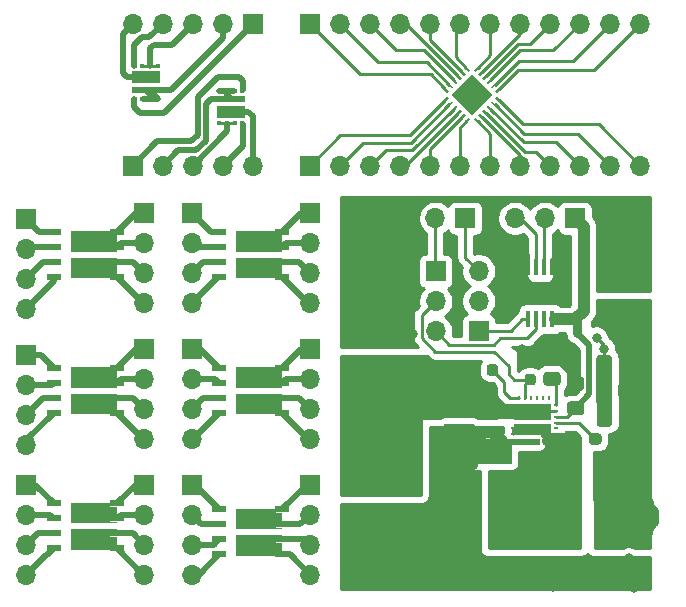
<source format=gtl>
G04 #@! TF.GenerationSoftware,KiCad,Pcbnew,(5.1.6-0-10_14)*
G04 #@! TF.CreationDate,2021-10-07T11:44:50+09:00*
G04 #@! TF.ProjectId,peltier,70656c74-6965-4722-9e6b-696361645f70,rev?*
G04 #@! TF.SameCoordinates,Original*
G04 #@! TF.FileFunction,Copper,L1,Top*
G04 #@! TF.FilePolarity,Positive*
%FSLAX46Y46*%
G04 Gerber Fmt 4.6, Leading zero omitted, Abs format (unit mm)*
G04 Created by KiCad (PCBNEW (5.1.6-0-10_14)) date 2021-10-07 11:44:50*
%MOMM*%
%LPD*%
G01*
G04 APERTURE LIST*
G04 #@! TA.AperFunction,NonConductor*
%ADD10C,0.100000*%
G04 #@! TD*
G04 #@! TA.AperFunction,EtchedComponent*
%ADD11C,0.100000*%
G04 #@! TD*
G04 #@! TA.AperFunction,SMDPad,CuDef*
%ADD12R,0.250000X0.450000*%
G04 #@! TD*
G04 #@! TA.AperFunction,SMDPad,CuDef*
%ADD13R,0.450000X0.250000*%
G04 #@! TD*
G04 #@! TA.AperFunction,ComponentPad*
%ADD14O,1.700000X1.700000*%
G04 #@! TD*
G04 #@! TA.AperFunction,ComponentPad*
%ADD15R,1.700000X1.700000*%
G04 #@! TD*
G04 #@! TA.AperFunction,SMDPad,CuDef*
%ADD16R,0.450000X1.450000*%
G04 #@! TD*
G04 #@! TA.AperFunction,SMDPad,CuDef*
%ADD17R,0.400000X1.450000*%
G04 #@! TD*
G04 #@! TA.AperFunction,ComponentPad*
%ADD18R,3.500000X3.500000*%
G04 #@! TD*
G04 #@! TA.AperFunction,ComponentPad*
%ADD19C,2.000000*%
G04 #@! TD*
G04 #@! TA.AperFunction,SMDPad,CuDef*
%ADD20R,4.100000X4.100000*%
G04 #@! TD*
G04 #@! TA.AperFunction,SMDPad,CuDef*
%ADD21R,1.270000X0.609600*%
G04 #@! TD*
G04 #@! TA.AperFunction,SMDPad,CuDef*
%ADD22R,0.450000X0.450000*%
G04 #@! TD*
G04 #@! TA.AperFunction,SMDPad,CuDef*
%ADD23R,2.450000X1.036000*%
G04 #@! TD*
G04 #@! TA.AperFunction,SMDPad,CuDef*
%ADD24R,2.450000X0.562000*%
G04 #@! TD*
G04 #@! TA.AperFunction,SMDPad,CuDef*
%ADD25C,0.100000*%
G04 #@! TD*
G04 #@! TA.AperFunction,ViaPad*
%ADD26C,0.800000*%
G04 #@! TD*
G04 #@! TA.AperFunction,Conductor*
%ADD27C,0.250000*%
G04 #@! TD*
G04 #@! TA.AperFunction,Conductor*
%ADD28C,0.500000*%
G04 #@! TD*
G04 #@! TA.AperFunction,Conductor*
%ADD29C,1.000000*%
G04 #@! TD*
G04 #@! TA.AperFunction,Conductor*
%ADD30C,0.750000*%
G04 #@! TD*
G04 #@! TA.AperFunction,Conductor*
%ADD31C,0.254000*%
G04 #@! TD*
G04 APERTURE END LIST*
D10*
G36*
X173875000Y-56050000D02*
G01*
X171550000Y-56050000D01*
X171550000Y-57675000D01*
X166800000Y-57675000D01*
X166800000Y-55600000D01*
X173875000Y-55600000D01*
X173875000Y-56050000D01*
G37*
X173875000Y-56050000D02*
X171550000Y-56050000D01*
X171550000Y-57675000D01*
X166800000Y-57675000D01*
X166800000Y-55600000D01*
X173875000Y-55600000D01*
X173875000Y-56050000D01*
G36*
X180000000Y-52500000D02*
G01*
X178750000Y-52500000D01*
X178750000Y-50250000D01*
X180000000Y-50250000D01*
X180000000Y-52500000D01*
G37*
X180000000Y-52500000D02*
X178750000Y-52500000D01*
X178750000Y-50250000D01*
X180000000Y-50250000D01*
X180000000Y-52500000D01*
G36*
X172000000Y-53750000D02*
G01*
X171000000Y-53750000D01*
X171000000Y-52750000D01*
X172000000Y-52750000D01*
X172000000Y-53750000D01*
G37*
X172000000Y-53750000D02*
X171000000Y-53750000D01*
X171000000Y-52750000D01*
X172000000Y-52750000D01*
X172000000Y-53750000D01*
D11*
G36*
X171780000Y-55340000D02*
G01*
X171780000Y-54390000D01*
X174880000Y-54390000D01*
X174880000Y-55340000D01*
X171780000Y-55340000D01*
G37*
G36*
X171780000Y-54000000D02*
G01*
X171780000Y-52660000D01*
X174880000Y-52660000D01*
X174880000Y-54000000D01*
X171780000Y-54000000D01*
G37*
G36*
X152090800Y-64439800D02*
G01*
X151532000Y-64439800D01*
X151532000Y-63830200D01*
X152090800Y-63830200D01*
X152090800Y-63792100D01*
X148280800Y-63792100D01*
X148280800Y-65443100D01*
X151532000Y-65443100D01*
X151532000Y-65100200D01*
X152090800Y-65100200D01*
X152090800Y-64439800D01*
G37*
X152090800Y-64439800D02*
X151532000Y-64439800D01*
X151532000Y-63830200D01*
X152090800Y-63830200D01*
X152090800Y-63792100D01*
X148280800Y-63792100D01*
X148280800Y-65443100D01*
X151532000Y-65443100D01*
X151532000Y-65100200D01*
X152090800Y-65100200D01*
X152090800Y-64439800D01*
G36*
X152090800Y-62560200D02*
G01*
X151532000Y-62560200D01*
X151532000Y-63169800D01*
X152090800Y-63169800D01*
X152090800Y-63207900D01*
X148280800Y-63207900D01*
X148280800Y-61556900D01*
X151532000Y-61556900D01*
X151532000Y-61899800D01*
X152090800Y-61899800D01*
X152090800Y-62560200D01*
G37*
X152090800Y-62560200D02*
X151532000Y-62560200D01*
X151532000Y-63169800D01*
X152090800Y-63169800D01*
X152090800Y-63207900D01*
X148280800Y-63207900D01*
X148280800Y-61556900D01*
X151532000Y-61556900D01*
X151532000Y-61899800D01*
X152090800Y-61899800D01*
X152090800Y-62560200D01*
G36*
X138090800Y-62060200D02*
G01*
X137532000Y-62060200D01*
X137532000Y-62669800D01*
X138090800Y-62669800D01*
X138090800Y-62707900D01*
X134280800Y-62707900D01*
X134280800Y-61056900D01*
X137532000Y-61056900D01*
X137532000Y-61399800D01*
X138090800Y-61399800D01*
X138090800Y-62060200D01*
G37*
X138090800Y-62060200D02*
X137532000Y-62060200D01*
X137532000Y-62669800D01*
X138090800Y-62669800D01*
X138090800Y-62707900D01*
X134280800Y-62707900D01*
X134280800Y-61056900D01*
X137532000Y-61056900D01*
X137532000Y-61399800D01*
X138090800Y-61399800D01*
X138090800Y-62060200D01*
G36*
X138090800Y-63939800D02*
G01*
X137532000Y-63939800D01*
X137532000Y-63330200D01*
X138090800Y-63330200D01*
X138090800Y-63292100D01*
X134280800Y-63292100D01*
X134280800Y-64943100D01*
X137532000Y-64943100D01*
X137532000Y-64600200D01*
X138090800Y-64600200D01*
X138090800Y-63939800D01*
G37*
X138090800Y-63939800D02*
X137532000Y-63939800D01*
X137532000Y-63330200D01*
X138090800Y-63330200D01*
X138090800Y-63292100D01*
X134280800Y-63292100D01*
X134280800Y-64943100D01*
X137532000Y-64943100D01*
X137532000Y-64600200D01*
X138090800Y-64600200D01*
X138090800Y-63939800D01*
G36*
X152090800Y-52439800D02*
G01*
X151532000Y-52439800D01*
X151532000Y-51830200D01*
X152090800Y-51830200D01*
X152090800Y-51792100D01*
X148280800Y-51792100D01*
X148280800Y-53443100D01*
X151532000Y-53443100D01*
X151532000Y-53100200D01*
X152090800Y-53100200D01*
X152090800Y-52439800D01*
G37*
X152090800Y-52439800D02*
X151532000Y-52439800D01*
X151532000Y-51830200D01*
X152090800Y-51830200D01*
X152090800Y-51792100D01*
X148280800Y-51792100D01*
X148280800Y-53443100D01*
X151532000Y-53443100D01*
X151532000Y-53100200D01*
X152090800Y-53100200D01*
X152090800Y-52439800D01*
G36*
X152090800Y-50560200D02*
G01*
X151532000Y-50560200D01*
X151532000Y-51169800D01*
X152090800Y-51169800D01*
X152090800Y-51207900D01*
X148280800Y-51207900D01*
X148280800Y-49556900D01*
X151532000Y-49556900D01*
X151532000Y-49899800D01*
X152090800Y-49899800D01*
X152090800Y-50560200D01*
G37*
X152090800Y-50560200D02*
X151532000Y-50560200D01*
X151532000Y-51169800D01*
X152090800Y-51169800D01*
X152090800Y-51207900D01*
X148280800Y-51207900D01*
X148280800Y-49556900D01*
X151532000Y-49556900D01*
X151532000Y-49899800D01*
X152090800Y-49899800D01*
X152090800Y-50560200D01*
G36*
X152090800Y-39060200D02*
G01*
X151532000Y-39060200D01*
X151532000Y-39669800D01*
X152090800Y-39669800D01*
X152090800Y-39707900D01*
X148280800Y-39707900D01*
X148280800Y-38056900D01*
X151532000Y-38056900D01*
X151532000Y-38399800D01*
X152090800Y-38399800D01*
X152090800Y-39060200D01*
G37*
X152090800Y-39060200D02*
X151532000Y-39060200D01*
X151532000Y-39669800D01*
X152090800Y-39669800D01*
X152090800Y-39707900D01*
X148280800Y-39707900D01*
X148280800Y-38056900D01*
X151532000Y-38056900D01*
X151532000Y-38399800D01*
X152090800Y-38399800D01*
X152090800Y-39060200D01*
G36*
X152090800Y-40939800D02*
G01*
X151532000Y-40939800D01*
X151532000Y-40330200D01*
X152090800Y-40330200D01*
X152090800Y-40292100D01*
X148280800Y-40292100D01*
X148280800Y-41943100D01*
X151532000Y-41943100D01*
X151532000Y-41600200D01*
X152090800Y-41600200D01*
X152090800Y-40939800D01*
G37*
X152090800Y-40939800D02*
X151532000Y-40939800D01*
X151532000Y-40330200D01*
X152090800Y-40330200D01*
X152090800Y-40292100D01*
X148280800Y-40292100D01*
X148280800Y-41943100D01*
X151532000Y-41943100D01*
X151532000Y-41600200D01*
X152090800Y-41600200D01*
X152090800Y-40939800D01*
G36*
X169925051Y-26475954D02*
G01*
X168227995Y-28173010D01*
X166530939Y-26475954D01*
X168227995Y-24778898D01*
X169925051Y-26475954D01*
G37*
G36*
X138090800Y-40939800D02*
G01*
X137532000Y-40939800D01*
X137532000Y-40330200D01*
X138090800Y-40330200D01*
X138090800Y-40292100D01*
X134280800Y-40292100D01*
X134280800Y-41943100D01*
X137532000Y-41943100D01*
X137532000Y-41600200D01*
X138090800Y-41600200D01*
X138090800Y-40939800D01*
G37*
X138090800Y-40939800D02*
X137532000Y-40939800D01*
X137532000Y-40330200D01*
X138090800Y-40330200D01*
X138090800Y-40292100D01*
X134280800Y-40292100D01*
X134280800Y-41943100D01*
X137532000Y-41943100D01*
X137532000Y-41600200D01*
X138090800Y-41600200D01*
X138090800Y-40939800D01*
G36*
X138090800Y-39060200D02*
G01*
X137532000Y-39060200D01*
X137532000Y-39669800D01*
X138090800Y-39669800D01*
X138090800Y-39707900D01*
X134280800Y-39707900D01*
X134280800Y-38056900D01*
X137532000Y-38056900D01*
X137532000Y-38399800D01*
X138090800Y-38399800D01*
X138090800Y-39060200D01*
G37*
X138090800Y-39060200D02*
X137532000Y-39060200D01*
X137532000Y-39669800D01*
X138090800Y-39669800D01*
X138090800Y-39707900D01*
X134280800Y-39707900D01*
X134280800Y-38056900D01*
X137532000Y-38056900D01*
X137532000Y-38399800D01*
X138090800Y-38399800D01*
X138090800Y-39060200D01*
G36*
X138090800Y-50560200D02*
G01*
X137532000Y-50560200D01*
X137532000Y-51169800D01*
X138090800Y-51169800D01*
X138090800Y-51207900D01*
X134280800Y-51207900D01*
X134280800Y-49556900D01*
X137532000Y-49556900D01*
X137532000Y-49899800D01*
X138090800Y-49899800D01*
X138090800Y-50560200D01*
G37*
X138090800Y-50560200D02*
X137532000Y-50560200D01*
X137532000Y-51169800D01*
X138090800Y-51169800D01*
X138090800Y-51207900D01*
X134280800Y-51207900D01*
X134280800Y-49556900D01*
X137532000Y-49556900D01*
X137532000Y-49899800D01*
X138090800Y-49899800D01*
X138090800Y-50560200D01*
G36*
X138090800Y-52439800D02*
G01*
X137532000Y-52439800D01*
X137532000Y-51830200D01*
X138090800Y-51830200D01*
X138090800Y-51792100D01*
X134280800Y-51792100D01*
X134280800Y-53443100D01*
X137532000Y-53443100D01*
X137532000Y-53100200D01*
X138090800Y-53100200D01*
X138090800Y-52439800D01*
G37*
X138090800Y-52439800D02*
X137532000Y-52439800D01*
X137532000Y-51830200D01*
X138090800Y-51830200D01*
X138090800Y-51792100D01*
X134280800Y-51792100D01*
X134280800Y-53443100D01*
X137532000Y-53443100D01*
X137532000Y-53100200D01*
X138090800Y-53100200D01*
X138090800Y-52439800D01*
D12*
X174750000Y-52180000D03*
X174250000Y-52180000D03*
X173750000Y-52180000D03*
X173250000Y-52180000D03*
X172750000Y-52180000D03*
X172250000Y-52180000D03*
D13*
X171680000Y-52750000D03*
X171680000Y-53250000D03*
X171680000Y-53750000D03*
X171680000Y-54750000D03*
X171680000Y-55250000D03*
D12*
X172250000Y-55820000D03*
X172750000Y-55820000D03*
X173250000Y-55820000D03*
X173750000Y-55820000D03*
X174250000Y-55820000D03*
X174750000Y-55820000D03*
D13*
X175320000Y-55250000D03*
X175320000Y-54750000D03*
X175320000Y-54250000D03*
X175320000Y-53750000D03*
X175320000Y-53250000D03*
X175320000Y-52750000D03*
G04 #@! TA.AperFunction,SMDPad,CuDef*
G36*
G01*
X177475000Y-53625000D02*
X176525000Y-53625000D01*
G75*
G02*
X176275000Y-53375000I0J250000D01*
G01*
X176275000Y-52700000D01*
G75*
G02*
X176525000Y-52450000I250000J0D01*
G01*
X177475000Y-52450000D01*
G75*
G02*
X177725000Y-52700000I0J-250000D01*
G01*
X177725000Y-53375000D01*
G75*
G02*
X177475000Y-53625000I-250000J0D01*
G01*
G37*
G04 #@! TD.AperFunction*
G04 #@! TA.AperFunction,SMDPad,CuDef*
G36*
G01*
X177475000Y-51550000D02*
X176525000Y-51550000D01*
G75*
G02*
X176275000Y-51300000I0J250000D01*
G01*
X176275000Y-50625000D01*
G75*
G02*
X176525000Y-50375000I250000J0D01*
G01*
X177475000Y-50375000D01*
G75*
G02*
X177725000Y-50625000I0J-250000D01*
G01*
X177725000Y-51300000D01*
G75*
G02*
X177475000Y-51550000I-250000J0D01*
G01*
G37*
G04 #@! TD.AperFunction*
G04 #@! TA.AperFunction,SMDPad,CuDef*
G36*
G01*
X175475000Y-51125000D02*
X174525000Y-51125000D01*
G75*
G02*
X174275000Y-50875000I0J250000D01*
G01*
X174275000Y-50200000D01*
G75*
G02*
X174525000Y-49950000I250000J0D01*
G01*
X175475000Y-49950000D01*
G75*
G02*
X175725000Y-50200000I0J-250000D01*
G01*
X175725000Y-50875000D01*
G75*
G02*
X175475000Y-51125000I-250000J0D01*
G01*
G37*
G04 #@! TD.AperFunction*
G04 #@! TA.AperFunction,SMDPad,CuDef*
G36*
G01*
X175475000Y-49050000D02*
X174525000Y-49050000D01*
G75*
G02*
X174275000Y-48800000I0J250000D01*
G01*
X174275000Y-48125000D01*
G75*
G02*
X174525000Y-47875000I250000J0D01*
G01*
X175475000Y-47875000D01*
G75*
G02*
X175725000Y-48125000I0J-250000D01*
G01*
X175725000Y-48800000D01*
G75*
G02*
X175475000Y-49050000I-250000J0D01*
G01*
G37*
G04 #@! TD.AperFunction*
G04 #@! TA.AperFunction,SMDPad,CuDef*
G36*
G01*
X177475000Y-55412500D02*
X177475000Y-55887500D01*
G75*
G02*
X177237500Y-56125000I-237500J0D01*
G01*
X176637500Y-56125000D01*
G75*
G02*
X176400000Y-55887500I0J237500D01*
G01*
X176400000Y-55412500D01*
G75*
G02*
X176637500Y-55175000I237500J0D01*
G01*
X177237500Y-55175000D01*
G75*
G02*
X177475000Y-55412500I0J-237500D01*
G01*
G37*
G04 #@! TD.AperFunction*
G04 #@! TA.AperFunction,SMDPad,CuDef*
G36*
G01*
X179200000Y-55412500D02*
X179200000Y-55887500D01*
G75*
G02*
X178962500Y-56125000I-237500J0D01*
G01*
X178362500Y-56125000D01*
G75*
G02*
X178125000Y-55887500I0J237500D01*
G01*
X178125000Y-55412500D01*
G75*
G02*
X178362500Y-55175000I237500J0D01*
G01*
X178962500Y-55175000D01*
G75*
G02*
X179200000Y-55412500I0J-237500D01*
G01*
G37*
G04 #@! TD.AperFunction*
G04 #@! TA.AperFunction,SMDPad,CuDef*
G36*
G01*
X169762500Y-52800000D02*
X170237500Y-52800000D01*
G75*
G02*
X170475000Y-53037500I0J-237500D01*
G01*
X170475000Y-53637500D01*
G75*
G02*
X170237500Y-53875000I-237500J0D01*
G01*
X169762500Y-53875000D01*
G75*
G02*
X169525000Y-53637500I0J237500D01*
G01*
X169525000Y-53037500D01*
G75*
G02*
X169762500Y-52800000I237500J0D01*
G01*
G37*
G04 #@! TD.AperFunction*
G04 #@! TA.AperFunction,SMDPad,CuDef*
G36*
G01*
X169762500Y-54525000D02*
X170237500Y-54525000D01*
G75*
G02*
X170475000Y-54762500I0J-237500D01*
G01*
X170475000Y-55362500D01*
G75*
G02*
X170237500Y-55600000I-237500J0D01*
G01*
X169762500Y-55600000D01*
G75*
G02*
X169525000Y-55362500I0J237500D01*
G01*
X169525000Y-54762500D01*
G75*
G02*
X169762500Y-54525000I237500J0D01*
G01*
G37*
G04 #@! TD.AperFunction*
D14*
X165135000Y-36950000D03*
D15*
X167675000Y-36950000D03*
D14*
X168800000Y-41420000D03*
X168800000Y-43960000D03*
D15*
X168800000Y-46500000D03*
X165150000Y-41450000D03*
D14*
X165150000Y-43990000D03*
X165150000Y-46530000D03*
X171870000Y-36950000D03*
X174410000Y-36950000D03*
D15*
X176950000Y-36950000D03*
G04 #@! TA.AperFunction,SMDPad,CuDef*
G36*
G01*
X170187500Y-52100000D02*
X169712500Y-52100000D01*
G75*
G02*
X169475000Y-51862500I0J237500D01*
G01*
X169475000Y-51362500D01*
G75*
G02*
X169712500Y-51125000I237500J0D01*
G01*
X170187500Y-51125000D01*
G75*
G02*
X170425000Y-51362500I0J-237500D01*
G01*
X170425000Y-51862500D01*
G75*
G02*
X170187500Y-52100000I-237500J0D01*
G01*
G37*
G04 #@! TD.AperFunction*
G04 #@! TA.AperFunction,SMDPad,CuDef*
G36*
G01*
X170187500Y-50275000D02*
X169712500Y-50275000D01*
G75*
G02*
X169475000Y-50037500I0J237500D01*
G01*
X169475000Y-49537500D01*
G75*
G02*
X169712500Y-49300000I237500J0D01*
G01*
X170187500Y-49300000D01*
G75*
G02*
X170425000Y-49537500I0J-237500D01*
G01*
X170425000Y-50037500D01*
G75*
G02*
X170187500Y-50275000I-237500J0D01*
G01*
G37*
G04 #@! TD.AperFunction*
G04 #@! TA.AperFunction,SMDPad,CuDef*
G36*
G01*
X173387500Y-49275000D02*
X172912500Y-49275000D01*
G75*
G02*
X172675000Y-49037500I0J237500D01*
G01*
X172675000Y-48537500D01*
G75*
G02*
X172912500Y-48300000I237500J0D01*
G01*
X173387500Y-48300000D01*
G75*
G02*
X173625000Y-48537500I0J-237500D01*
G01*
X173625000Y-49037500D01*
G75*
G02*
X173387500Y-49275000I-237500J0D01*
G01*
G37*
G04 #@! TD.AperFunction*
G04 #@! TA.AperFunction,SMDPad,CuDef*
G36*
G01*
X173387500Y-51100000D02*
X172912500Y-51100000D01*
G75*
G02*
X172675000Y-50862500I0J237500D01*
G01*
X172675000Y-50362500D01*
G75*
G02*
X172912500Y-50125000I237500J0D01*
G01*
X173387500Y-50125000D01*
G75*
G02*
X173625000Y-50362500I0J-237500D01*
G01*
X173625000Y-50862500D01*
G75*
G02*
X173387500Y-51100000I-237500J0D01*
G01*
G37*
G04 #@! TD.AperFunction*
D16*
X175000000Y-45500000D03*
D17*
X174325000Y-45500000D03*
X173675000Y-45500000D03*
D16*
X173000000Y-45500000D03*
X173000000Y-41100000D03*
D17*
X173675000Y-41100000D03*
X174325000Y-41100000D03*
D16*
X175000000Y-41100000D03*
D18*
X161940000Y-58620000D03*
G04 #@! TA.AperFunction,ComponentPad*
G36*
G01*
X162940000Y-66120000D02*
X160940000Y-66120000D01*
G75*
G02*
X160190000Y-65370000I0J750000D01*
G01*
X160190000Y-63870000D01*
G75*
G02*
X160940000Y-63120000I750000J0D01*
G01*
X162940000Y-63120000D01*
G75*
G02*
X163690000Y-63870000I0J-750000D01*
G01*
X163690000Y-65370000D01*
G75*
G02*
X162940000Y-66120000I-750000J0D01*
G01*
G37*
G04 #@! TD.AperFunction*
G04 #@! TA.AperFunction,ComponentPad*
G36*
G01*
X167515000Y-63370000D02*
X165765000Y-63370000D01*
G75*
G02*
X164890000Y-62495000I0J875000D01*
G01*
X164890000Y-60745000D01*
G75*
G02*
X165765000Y-59870000I875000J0D01*
G01*
X167515000Y-59870000D01*
G75*
G02*
X168390000Y-60745000I0J-875000D01*
G01*
X168390000Y-62495000D01*
G75*
G02*
X167515000Y-63370000I-875000J0D01*
G01*
G37*
G04 #@! TD.AperFunction*
G04 #@! TA.AperFunction,SMDPad,CuDef*
G36*
G01*
X166049999Y-51225000D02*
X168250001Y-51225000D01*
G75*
G02*
X168500000Y-51474999I0J-249999D01*
G01*
X168500000Y-52300001D01*
G75*
G02*
X168250001Y-52550000I-249999J0D01*
G01*
X166049999Y-52550000D01*
G75*
G02*
X165800000Y-52300001I0J249999D01*
G01*
X165800000Y-51474999D01*
G75*
G02*
X166049999Y-51225000I249999J0D01*
G01*
G37*
G04 #@! TD.AperFunction*
G04 #@! TA.AperFunction,SMDPad,CuDef*
G36*
G01*
X166049999Y-54350000D02*
X168250001Y-54350000D01*
G75*
G02*
X168500000Y-54599999I0J-249999D01*
G01*
X168500000Y-55425001D01*
G75*
G02*
X168250001Y-55675000I-249999J0D01*
G01*
X166049999Y-55675000D01*
G75*
G02*
X165800000Y-55425001I0J249999D01*
G01*
X165800000Y-54599999D01*
G75*
G02*
X166049999Y-54350000I249999J0D01*
G01*
G37*
G04 #@! TD.AperFunction*
G04 #@! TA.AperFunction,SMDPad,CuDef*
G36*
G01*
X183225000Y-52149999D02*
X183225000Y-54350001D01*
G75*
G02*
X182975001Y-54600000I-249999J0D01*
G01*
X182149999Y-54600000D01*
G75*
G02*
X181900000Y-54350001I0J249999D01*
G01*
X181900000Y-52149999D01*
G75*
G02*
X182149999Y-51900000I249999J0D01*
G01*
X182975001Y-51900000D01*
G75*
G02*
X183225000Y-52149999I0J-249999D01*
G01*
G37*
G04 #@! TD.AperFunction*
G04 #@! TA.AperFunction,SMDPad,CuDef*
G36*
G01*
X180100000Y-52149999D02*
X180100000Y-54350001D01*
G75*
G02*
X179850001Y-54600000I-249999J0D01*
G01*
X179024999Y-54600000D01*
G75*
G02*
X178775000Y-54350001I0J249999D01*
G01*
X178775000Y-52149999D01*
G75*
G02*
X179024999Y-51900000I249999J0D01*
G01*
X179850001Y-51900000D01*
G75*
G02*
X180100000Y-52149999I0J-249999D01*
G01*
G37*
G04 #@! TD.AperFunction*
G04 #@! TA.AperFunction,SMDPad,CuDef*
G36*
G01*
X180084999Y-48774998D02*
X180084999Y-50975000D01*
G75*
G02*
X179835000Y-51224999I-249999J0D01*
G01*
X179009998Y-51224999D01*
G75*
G02*
X178759999Y-50975000I0J249999D01*
G01*
X178759999Y-48774998D01*
G75*
G02*
X179009998Y-48524999I249999J0D01*
G01*
X179835000Y-48524999D01*
G75*
G02*
X180084999Y-48774998I0J-249999D01*
G01*
G37*
G04 #@! TD.AperFunction*
G04 #@! TA.AperFunction,SMDPad,CuDef*
G36*
G01*
X183209999Y-48774998D02*
X183209999Y-50975000D01*
G75*
G02*
X182960000Y-51224999I-249999J0D01*
G01*
X182134998Y-51224999D01*
G75*
G02*
X181884999Y-50975000I0J249999D01*
G01*
X181884999Y-48774998D01*
G75*
G02*
X182134998Y-48524999I249999J0D01*
G01*
X182960000Y-48524999D01*
G75*
G02*
X183209999Y-48774998I0J-249999D01*
G01*
G37*
G04 #@! TD.AperFunction*
D19*
X180150000Y-45100000D03*
X180150000Y-41600000D03*
D20*
X171710000Y-62370000D03*
X181210000Y-62370000D03*
D21*
X152167000Y-61595000D03*
X152167000Y-62865000D03*
X152167000Y-64135000D03*
X152167000Y-65405000D03*
X146833000Y-65405000D03*
X146833000Y-64135000D03*
X146833000Y-62865000D03*
X146833000Y-61595000D03*
D22*
X139675000Y-26826000D03*
X140325000Y-26826000D03*
X140975000Y-26826000D03*
X141625000Y-26826000D03*
X141625000Y-24054000D03*
X140975000Y-24054000D03*
X140325000Y-24054000D03*
X139675000Y-24054000D03*
D23*
X140650000Y-25006000D03*
D24*
X140650000Y-26111000D03*
D21*
X132833000Y-61095000D03*
X132833000Y-62365000D03*
X132833000Y-63635000D03*
X132833000Y-64905000D03*
X138167000Y-64905000D03*
X138167000Y-63635000D03*
X138167000Y-62365000D03*
X138167000Y-61095000D03*
X152167000Y-49595000D03*
X152167000Y-50865000D03*
X152167000Y-52135000D03*
X152167000Y-53405000D03*
X146833000Y-53405000D03*
X146833000Y-52135000D03*
X146833000Y-50865000D03*
X146833000Y-49595000D03*
X146833000Y-38095000D03*
X146833000Y-39365000D03*
X146833000Y-40635000D03*
X146833000Y-41905000D03*
X152167000Y-41905000D03*
X152167000Y-40635000D03*
X152167000Y-39365000D03*
X152167000Y-38095000D03*
G04 #@! TA.AperFunction,SMDPad,CuDef*
D25*
G36*
X166135595Y-26323289D02*
G01*
X165632701Y-25820395D01*
X165776385Y-25676711D01*
X166279279Y-26179605D01*
X166135595Y-26323289D01*
G37*
G04 #@! TD.AperFunction*
G04 #@! TA.AperFunction,SMDPad,CuDef*
G36*
X166494805Y-25964079D02*
G01*
X165991911Y-25461185D01*
X166135595Y-25317501D01*
X166638489Y-25820395D01*
X166494805Y-25964079D01*
G37*
G04 #@! TD.AperFunction*
G04 #@! TA.AperFunction,SMDPad,CuDef*
G36*
X166854016Y-25604869D02*
G01*
X166351122Y-25101975D01*
X166494806Y-24958291D01*
X166997700Y-25461185D01*
X166854016Y-25604869D01*
G37*
G04 #@! TD.AperFunction*
G04 #@! TA.AperFunction,SMDPad,CuDef*
G36*
X167213226Y-25245659D02*
G01*
X166710332Y-24742765D01*
X166854016Y-24599081D01*
X167356910Y-25101975D01*
X167213226Y-25245659D01*
G37*
G04 #@! TD.AperFunction*
G04 #@! TA.AperFunction,SMDPad,CuDef*
G36*
X167572436Y-24886448D02*
G01*
X167069542Y-24383554D01*
X167213226Y-24239870D01*
X167716120Y-24742764D01*
X167572436Y-24886448D01*
G37*
G04 #@! TD.AperFunction*
G04 #@! TA.AperFunction,SMDPad,CuDef*
G36*
X167931646Y-24527238D02*
G01*
X167428752Y-24024344D01*
X167572436Y-23880660D01*
X168075330Y-24383554D01*
X167931646Y-24527238D01*
G37*
G04 #@! TD.AperFunction*
G04 #@! TA.AperFunction,SMDPad,CuDef*
G36*
X169027238Y-24024344D02*
G01*
X168524344Y-24527238D01*
X168380660Y-24383554D01*
X168883554Y-23880660D01*
X169027238Y-24024344D01*
G37*
G04 #@! TD.AperFunction*
G04 #@! TA.AperFunction,SMDPad,CuDef*
G36*
X169386448Y-24383554D02*
G01*
X168883554Y-24886448D01*
X168739870Y-24742764D01*
X169242764Y-24239870D01*
X169386448Y-24383554D01*
G37*
G04 #@! TD.AperFunction*
G04 #@! TA.AperFunction,SMDPad,CuDef*
G36*
X169745658Y-24742765D02*
G01*
X169242764Y-25245659D01*
X169099080Y-25101975D01*
X169601974Y-24599081D01*
X169745658Y-24742765D01*
G37*
G04 #@! TD.AperFunction*
G04 #@! TA.AperFunction,SMDPad,CuDef*
G36*
X170104868Y-25101975D02*
G01*
X169601974Y-25604869D01*
X169458290Y-25461185D01*
X169961184Y-24958291D01*
X170104868Y-25101975D01*
G37*
G04 #@! TD.AperFunction*
G04 #@! TA.AperFunction,SMDPad,CuDef*
G36*
X170464079Y-25461185D02*
G01*
X169961185Y-25964079D01*
X169817501Y-25820395D01*
X170320395Y-25317501D01*
X170464079Y-25461185D01*
G37*
G04 #@! TD.AperFunction*
G04 #@! TA.AperFunction,SMDPad,CuDef*
G36*
X170823289Y-25820395D02*
G01*
X170320395Y-26323289D01*
X170176711Y-26179605D01*
X170679605Y-25676711D01*
X170823289Y-25820395D01*
G37*
G04 #@! TD.AperFunction*
G04 #@! TA.AperFunction,SMDPad,CuDef*
G36*
X170679605Y-27275197D02*
G01*
X170176711Y-26772303D01*
X170320395Y-26628619D01*
X170823289Y-27131513D01*
X170679605Y-27275197D01*
G37*
G04 #@! TD.AperFunction*
G04 #@! TA.AperFunction,SMDPad,CuDef*
G36*
X170320395Y-27634407D02*
G01*
X169817501Y-27131513D01*
X169961185Y-26987829D01*
X170464079Y-27490723D01*
X170320395Y-27634407D01*
G37*
G04 #@! TD.AperFunction*
G04 #@! TA.AperFunction,SMDPad,CuDef*
G36*
X169961184Y-27993617D02*
G01*
X169458290Y-27490723D01*
X169601974Y-27347039D01*
X170104868Y-27849933D01*
X169961184Y-27993617D01*
G37*
G04 #@! TD.AperFunction*
G04 #@! TA.AperFunction,SMDPad,CuDef*
G36*
X169601974Y-28352827D02*
G01*
X169099080Y-27849933D01*
X169242764Y-27706249D01*
X169745658Y-28209143D01*
X169601974Y-28352827D01*
G37*
G04 #@! TD.AperFunction*
G04 #@! TA.AperFunction,SMDPad,CuDef*
G36*
X169242764Y-28712038D02*
G01*
X168739870Y-28209144D01*
X168883554Y-28065460D01*
X169386448Y-28568354D01*
X169242764Y-28712038D01*
G37*
G04 #@! TD.AperFunction*
G04 #@! TA.AperFunction,SMDPad,CuDef*
G36*
X168883554Y-29071248D02*
G01*
X168380660Y-28568354D01*
X168524344Y-28424670D01*
X169027238Y-28927564D01*
X168883554Y-29071248D01*
G37*
G04 #@! TD.AperFunction*
G04 #@! TA.AperFunction,SMDPad,CuDef*
G36*
X168075330Y-28568354D02*
G01*
X167572436Y-29071248D01*
X167428752Y-28927564D01*
X167931646Y-28424670D01*
X168075330Y-28568354D01*
G37*
G04 #@! TD.AperFunction*
G04 #@! TA.AperFunction,SMDPad,CuDef*
G36*
X167716120Y-28209144D02*
G01*
X167213226Y-28712038D01*
X167069542Y-28568354D01*
X167572436Y-28065460D01*
X167716120Y-28209144D01*
G37*
G04 #@! TD.AperFunction*
G04 #@! TA.AperFunction,SMDPad,CuDef*
G36*
X167356910Y-27849933D02*
G01*
X166854016Y-28352827D01*
X166710332Y-28209143D01*
X167213226Y-27706249D01*
X167356910Y-27849933D01*
G37*
G04 #@! TD.AperFunction*
G04 #@! TA.AperFunction,SMDPad,CuDef*
G36*
X166997700Y-27490723D02*
G01*
X166494806Y-27993617D01*
X166351122Y-27849933D01*
X166854016Y-27347039D01*
X166997700Y-27490723D01*
G37*
G04 #@! TD.AperFunction*
G04 #@! TA.AperFunction,SMDPad,CuDef*
G36*
X166638489Y-27131513D02*
G01*
X166135595Y-27634407D01*
X165991911Y-27490723D01*
X166494805Y-26987829D01*
X166638489Y-27131513D01*
G37*
G04 #@! TD.AperFunction*
G04 #@! TA.AperFunction,SMDPad,CuDef*
G36*
X166279279Y-26772303D02*
G01*
X165776385Y-27275197D01*
X165632701Y-27131513D01*
X166135595Y-26628619D01*
X166279279Y-26772303D01*
G37*
G04 #@! TD.AperFunction*
G04 #@! TA.AperFunction,SMDPad,CuDef*
G36*
X168227995Y-26829507D02*
G01*
X167874442Y-26475954D01*
X168227995Y-26122401D01*
X168581548Y-26475954D01*
X168227995Y-26829507D01*
G37*
G04 #@! TD.AperFunction*
D15*
X144500000Y-59500000D03*
D14*
X144500000Y-62040000D03*
X144500000Y-64580000D03*
X144500000Y-67120000D03*
X130500000Y-67120000D03*
X130500000Y-64580000D03*
X130500000Y-62040000D03*
D15*
X130500000Y-59500000D03*
D14*
X154500000Y-67120000D03*
X154500000Y-64580000D03*
X154500000Y-62040000D03*
D15*
X154500000Y-59500000D03*
X140500000Y-59500000D03*
D14*
X140500000Y-62040000D03*
X140500000Y-64580000D03*
X140500000Y-67120000D03*
D15*
X144500000Y-48000000D03*
D14*
X144500000Y-50540000D03*
X144500000Y-53080000D03*
X144500000Y-55620000D03*
X144500000Y-44120000D03*
X144500000Y-41580000D03*
X144500000Y-39040000D03*
D15*
X144500000Y-36500000D03*
D14*
X154500000Y-55620000D03*
X154500000Y-53080000D03*
X154500000Y-50540000D03*
D15*
X154500000Y-48000000D03*
X154500000Y-36500000D03*
D14*
X154500000Y-39040000D03*
X154500000Y-41580000D03*
X154500000Y-44120000D03*
X139500000Y-20500000D03*
X142040000Y-20500000D03*
X144580000Y-20500000D03*
X147120000Y-20500000D03*
D15*
X149660000Y-20500000D03*
X154500000Y-32500000D03*
D14*
X157040000Y-32500000D03*
X159580000Y-32500000D03*
X162120000Y-32500000D03*
X164660000Y-32500000D03*
X167200000Y-32500000D03*
X169740000Y-32500000D03*
X172280000Y-32500000D03*
X174820000Y-32500000D03*
X177360000Y-32500000D03*
X179900000Y-32500000D03*
X182440000Y-32500000D03*
X182440000Y-20500000D03*
X179900000Y-20500000D03*
X177360000Y-20500000D03*
X174820000Y-20500000D03*
X172280000Y-20500000D03*
X169740000Y-20500000D03*
X167200000Y-20500000D03*
X164660000Y-20500000D03*
X162120000Y-20500000D03*
X159580000Y-20500000D03*
X157040000Y-20500000D03*
D15*
X154500000Y-20500000D03*
X130500000Y-37000000D03*
D14*
X130500000Y-39540000D03*
X130500000Y-42080000D03*
X130500000Y-44620000D03*
X140500000Y-44120000D03*
X140500000Y-41580000D03*
X140500000Y-39040000D03*
D15*
X140500000Y-36500000D03*
X130500000Y-48500000D03*
D14*
X130500000Y-51040000D03*
X130500000Y-53580000D03*
X130500000Y-56120000D03*
X140500000Y-55620000D03*
X140500000Y-53080000D03*
X140500000Y-50540000D03*
D15*
X140500000Y-48000000D03*
D21*
X138167000Y-38095000D03*
X138167000Y-39365000D03*
X138167000Y-40635000D03*
X138167000Y-41905000D03*
X132833000Y-41905000D03*
X132833000Y-40635000D03*
X132833000Y-39365000D03*
X132833000Y-38095000D03*
X132833000Y-49595000D03*
X132833000Y-50865000D03*
X132833000Y-52135000D03*
X132833000Y-53405000D03*
X138167000Y-53405000D03*
X138167000Y-52135000D03*
X138167000Y-50865000D03*
X138167000Y-49595000D03*
D14*
X149660000Y-32500000D03*
X147120000Y-32500000D03*
X144580000Y-32500000D03*
X142040000Y-32500000D03*
D15*
X139500000Y-32500000D03*
D22*
X148785000Y-26144000D03*
X148135000Y-26144000D03*
X147485000Y-26144000D03*
X146835000Y-26144000D03*
X146835000Y-28916000D03*
X147485000Y-28916000D03*
X148135000Y-28916000D03*
X148785000Y-28916000D03*
D23*
X147810000Y-27964000D03*
D24*
X147810000Y-26859000D03*
D26*
X175900000Y-39450000D03*
X172175000Y-39625000D03*
X176850000Y-48575000D03*
X178775000Y-47050000D03*
X172500000Y-48000000D03*
X171250000Y-41500000D03*
X171250000Y-43250000D03*
X171250000Y-43250000D03*
X181750000Y-40000000D03*
X180250000Y-38000000D03*
X181750000Y-36500000D03*
X179400000Y-47980000D03*
X179400000Y-51640000D03*
X176000000Y-43000000D03*
X169440000Y-39120000D03*
X166520000Y-39080000D03*
X162810000Y-36490000D03*
X158160000Y-36250000D03*
X160660000Y-39070000D03*
X158080000Y-41500000D03*
X162610000Y-41460000D03*
X160460000Y-44280000D03*
X158120000Y-46490000D03*
X163220000Y-46740000D03*
X158310000Y-61720000D03*
X158370000Y-67830000D03*
X163640000Y-61930000D03*
X164330000Y-67740000D03*
X167210000Y-64980000D03*
X181970000Y-68240000D03*
X181510000Y-65750000D03*
X175080000Y-68170000D03*
X165260000Y-56080000D03*
X167950000Y-57250000D03*
X170580000Y-57050000D03*
X167910000Y-59120000D03*
D27*
X176287500Y-53750000D02*
X175320000Y-53750000D01*
X177000000Y-53037500D02*
X176287500Y-53750000D01*
D28*
X178175010Y-47708012D02*
X177150000Y-46683002D01*
D29*
X177674999Y-37674999D02*
X177674999Y-44775001D01*
X176950000Y-36950000D02*
X177674999Y-37674999D01*
X176950000Y-45500000D02*
X175225001Y-45500000D01*
X177674999Y-44775001D02*
X176950000Y-45500000D01*
D30*
X177150000Y-45700000D02*
X176950000Y-45500000D01*
X177150000Y-46683002D02*
X177150000Y-45700000D01*
D28*
X178175010Y-51862490D02*
X177000000Y-53037500D01*
X178175010Y-47708012D02*
X178175010Y-51862490D01*
D27*
X172750000Y-55820000D02*
X172250000Y-55820000D01*
X172250000Y-55820000D02*
X170757500Y-55820000D01*
D29*
X169950000Y-55012500D02*
X170000000Y-55062500D01*
X167150000Y-55012500D02*
X169950000Y-55012500D01*
X170000000Y-55062500D02*
X170757500Y-55820000D01*
D27*
X174675000Y-48787500D02*
X175000000Y-48462500D01*
D28*
X179422499Y-53234999D02*
X179437500Y-53250000D01*
X179422499Y-49874999D02*
X179422499Y-53234999D01*
X177000000Y-50462500D02*
X175000000Y-48462500D01*
X177000000Y-50962500D02*
X177000000Y-50462500D01*
D27*
X175000000Y-40350000D02*
X175900000Y-39450000D01*
X175000000Y-41100000D02*
X175000000Y-40350000D01*
X172175000Y-39625000D02*
X172625000Y-39625000D01*
X173000000Y-40000000D02*
X173000000Y-41100000D01*
X172625000Y-39625000D02*
X173000000Y-40000000D01*
X177000000Y-48725000D02*
X176850000Y-48575000D01*
X177000000Y-50962500D02*
X177000000Y-48725000D01*
X179422499Y-47697499D02*
X178775000Y-47050000D01*
X179422499Y-49874999D02*
X179422499Y-47697499D01*
D30*
X166640000Y-55522500D02*
X167150000Y-55012500D01*
X166640000Y-61620000D02*
X166640000Y-55522500D01*
X170000000Y-55062500D02*
X169837500Y-55062500D01*
X167150000Y-55012500D02*
X170617500Y-55012500D01*
X170000000Y-55062500D02*
X169307500Y-55062500D01*
X169307500Y-55062500D02*
X168590000Y-55780000D01*
X168590000Y-55780000D02*
X166350000Y-55780000D01*
X166350000Y-55780000D02*
X166230000Y-55900000D01*
X166230000Y-57550000D02*
X166490000Y-57550000D01*
X166230000Y-55900000D02*
X166230000Y-57550000D01*
X166230000Y-57550000D02*
X166230000Y-57930000D01*
X167110000Y-57880000D02*
X166965000Y-58025000D01*
X166490000Y-57550000D02*
X166965000Y-58025000D01*
X168340000Y-57880000D02*
X167600000Y-57880000D01*
X167600000Y-57880000D02*
X168170000Y-57880000D01*
X167600000Y-57880000D02*
X167110000Y-57880000D01*
D27*
X175320000Y-50857500D02*
X175320000Y-52750000D01*
X175000000Y-50537500D02*
X175320000Y-50857500D01*
X174750000Y-55820000D02*
X175320000Y-55250000D01*
X175720000Y-55650000D02*
X175320000Y-55250000D01*
X176937500Y-55650000D02*
X175720000Y-55650000D01*
X173615002Y-54750000D02*
X171680000Y-54750000D01*
X174250000Y-55384998D02*
X173615002Y-54750000D01*
X171680000Y-55250000D02*
X171680000Y-54750000D01*
D30*
X171710000Y-62370000D02*
X171710000Y-62290000D01*
X176937500Y-57062500D02*
X176937500Y-55650000D01*
X171710000Y-62290000D02*
X176937500Y-57062500D01*
X174500000Y-55400000D02*
X174750000Y-55650000D01*
X174584998Y-55400000D02*
X174500000Y-55400000D01*
X175000000Y-55450001D02*
X174634999Y-55450001D01*
X174634999Y-55450001D02*
X174584998Y-55400000D01*
X174750000Y-55650000D02*
X174750000Y-55820000D01*
X174630001Y-55820000D02*
X175000000Y-55450001D01*
X174520000Y-55820000D02*
X174630001Y-55820000D01*
X175119999Y-55450001D02*
X176149999Y-55450001D01*
X174920000Y-55650000D02*
X175119999Y-55450001D01*
X174750000Y-55650000D02*
X174920000Y-55650000D01*
D27*
X175320000Y-54250000D02*
X177262500Y-54250000D01*
X178662500Y-55650000D02*
X177262500Y-54250000D01*
X170587500Y-52750000D02*
X170000000Y-53337500D01*
X171680000Y-52750000D02*
X170587500Y-52750000D01*
X170412500Y-53750000D02*
X170000000Y-53337500D01*
X171680000Y-53750000D02*
X170412500Y-53750000D01*
X169950000Y-53287500D02*
X170000000Y-53337500D01*
X169950000Y-51612500D02*
X169950000Y-53287500D01*
X174845000Y-53250000D02*
X171680000Y-53250000D01*
X175320000Y-53250000D02*
X174845000Y-53250000D01*
D30*
X167150000Y-51887500D02*
X163112500Y-51887500D01*
X161940000Y-53060000D02*
X161940000Y-58620000D01*
X163112500Y-51887500D02*
X161940000Y-53060000D01*
X171012500Y-53337500D02*
X171100000Y-53250000D01*
X170000000Y-53337500D02*
X171012500Y-53337500D01*
D27*
X171680000Y-53250000D02*
X171100000Y-53250000D01*
D30*
X171100000Y-53250000D02*
X171100000Y-53210000D01*
X171100000Y-53210000D02*
X170370000Y-52480000D01*
D29*
X182547499Y-47497499D02*
X182547499Y-49874999D01*
X180150000Y-45100000D02*
X182547499Y-47497499D01*
X182547499Y-49874999D02*
X182547499Y-53234999D01*
X180575000Y-58150000D02*
X180575000Y-59800000D01*
D27*
X165135000Y-41435000D02*
X165150000Y-41450000D01*
X165135000Y-36950000D02*
X165135000Y-41435000D01*
X167675000Y-40295000D02*
X167675000Y-36950000D01*
X168800000Y-41420000D02*
X167675000Y-40295000D01*
X168800000Y-46500000D02*
X171500000Y-46500000D01*
X172500000Y-45500000D02*
X173000000Y-45500000D01*
X171500000Y-46500000D02*
X172500000Y-45500000D01*
X172750000Y-51012500D02*
X172750000Y-52180000D01*
X173150000Y-50612500D02*
X172750000Y-51012500D01*
X171375000Y-50175000D02*
X171812500Y-50612500D01*
X171812500Y-50612500D02*
X173150000Y-50612500D01*
X171375000Y-49500000D02*
X171375000Y-50175000D01*
X163974999Y-45165001D02*
X163974999Y-47094001D01*
X170125000Y-48250000D02*
X171375000Y-49500000D01*
X165150000Y-43990000D02*
X163974999Y-45165001D01*
X165130998Y-48250000D02*
X163974999Y-47094001D01*
X170125000Y-48250000D02*
X165130998Y-48250000D01*
X173675000Y-46360002D02*
X173675000Y-45500000D01*
X172917501Y-47117501D02*
X173675000Y-46360002D01*
X170607499Y-47117501D02*
X172917501Y-47117501D01*
X166295001Y-47675001D02*
X170049999Y-47675001D01*
X170049999Y-47675001D02*
X170607499Y-47117501D01*
X165150000Y-46530000D02*
X166295001Y-47675001D01*
X172325000Y-36950000D02*
X171870000Y-36950000D01*
X173675000Y-38300000D02*
X172325000Y-36950000D01*
X173675000Y-41100000D02*
X173675000Y-38300000D01*
X174325000Y-37035000D02*
X174410000Y-36950000D01*
X174325000Y-41100000D02*
X174325000Y-37035000D01*
X169950000Y-49787500D02*
X170950000Y-50787500D01*
X170950000Y-50787500D02*
X170950000Y-51650000D01*
X171480000Y-52180000D02*
X172250000Y-52180000D01*
X170950000Y-51650000D02*
X171480000Y-52180000D01*
D28*
X144738000Y-59500000D02*
X146833000Y-61595000D01*
X144500000Y-59500000D02*
X144738000Y-59500000D01*
X145325000Y-62865000D02*
X146833000Y-62865000D01*
X144500000Y-62040000D02*
X145325000Y-62865000D01*
X146388000Y-64580000D02*
X146833000Y-64135000D01*
X144500000Y-64580000D02*
X146388000Y-64580000D01*
X145118000Y-67120000D02*
X146833000Y-65405000D01*
X144500000Y-67120000D02*
X145118000Y-67120000D01*
X130500000Y-67120000D02*
X132150000Y-65470000D01*
X132268000Y-65470000D02*
X132833000Y-64905000D01*
X132150000Y-65470000D02*
X132268000Y-65470000D01*
X131445000Y-63635000D02*
X132833000Y-63635000D01*
X130500000Y-64580000D02*
X131445000Y-63635000D01*
X132508000Y-62040000D02*
X132833000Y-62365000D01*
X130500000Y-62040000D02*
X132508000Y-62040000D01*
X131238000Y-59500000D02*
X132833000Y-61095000D01*
X130500000Y-59500000D02*
X131238000Y-59500000D01*
X152785000Y-65405000D02*
X154500000Y-67120000D01*
X152167000Y-65405000D02*
X152785000Y-65405000D01*
X154055000Y-64135000D02*
X154500000Y-64580000D01*
X152167000Y-64135000D02*
X154055000Y-64135000D01*
X153675000Y-62865000D02*
X152167000Y-62865000D01*
X154500000Y-62040000D02*
X153675000Y-62865000D01*
X154262000Y-59500000D02*
X152167000Y-61595000D01*
X154500000Y-59500000D02*
X154262000Y-59500000D01*
X139762000Y-59500000D02*
X138167000Y-61095000D01*
X140500000Y-59500000D02*
X139762000Y-59500000D01*
X138492000Y-62040000D02*
X138167000Y-62365000D01*
X140500000Y-62040000D02*
X138492000Y-62040000D01*
X139555000Y-63635000D02*
X138167000Y-63635000D01*
X140500000Y-64580000D02*
X139555000Y-63635000D01*
X140382000Y-67120000D02*
X138167000Y-64905000D01*
X140500000Y-67120000D02*
X140382000Y-67120000D01*
X145238000Y-48000000D02*
X146833000Y-49595000D01*
X144500000Y-48000000D02*
X145238000Y-48000000D01*
X146508000Y-50540000D02*
X146833000Y-50865000D01*
X144500000Y-50540000D02*
X146508000Y-50540000D01*
X145445000Y-52135000D02*
X146833000Y-52135000D01*
X144500000Y-53080000D02*
X145445000Y-52135000D01*
X144618000Y-55620000D02*
X146833000Y-53405000D01*
X144500000Y-55620000D02*
X144618000Y-55620000D01*
X146715000Y-41905000D02*
X144500000Y-44120000D01*
X146833000Y-41905000D02*
X146715000Y-41905000D01*
X145445000Y-40635000D02*
X144500000Y-41580000D01*
X146833000Y-40635000D02*
X145445000Y-40635000D01*
X144825000Y-39365000D02*
X144500000Y-39040000D01*
X146833000Y-39365000D02*
X144825000Y-39365000D01*
X146095000Y-38095000D02*
X144500000Y-36500000D01*
X146833000Y-38095000D02*
X146095000Y-38095000D01*
X154382000Y-55620000D02*
X152167000Y-53405000D01*
X154500000Y-55620000D02*
X154382000Y-55620000D01*
X153555000Y-52135000D02*
X152167000Y-52135000D01*
X154500000Y-53080000D02*
X153555000Y-52135000D01*
X152492000Y-50540000D02*
X152167000Y-50865000D01*
X154500000Y-50540000D02*
X152492000Y-50540000D01*
X153762000Y-48000000D02*
X152167000Y-49595000D01*
X154500000Y-48000000D02*
X153762000Y-48000000D01*
X153762000Y-36500000D02*
X152167000Y-38095000D01*
X154500000Y-36500000D02*
X153762000Y-36500000D01*
X152492000Y-39040000D02*
X152167000Y-39365000D01*
X154500000Y-39040000D02*
X152492000Y-39040000D01*
X153555000Y-40635000D02*
X152167000Y-40635000D01*
X154500000Y-41580000D02*
X153555000Y-40635000D01*
X154382000Y-44120000D02*
X152167000Y-41905000D01*
X154500000Y-44120000D02*
X154382000Y-44120000D01*
X140650000Y-25006000D02*
X139026000Y-25006000D01*
X139026000Y-25006000D02*
X138690000Y-24670000D01*
X138690000Y-21310000D02*
X139500000Y-20500000D01*
X138690000Y-24670000D02*
X138690000Y-21310000D01*
X142040000Y-20500000D02*
X140892999Y-21647001D01*
X139649999Y-22274003D02*
X139649999Y-24037999D01*
X140277001Y-21647001D02*
X139649999Y-22274003D01*
X140892999Y-21647001D02*
X140277001Y-21647001D01*
X144580000Y-20500000D02*
X142810000Y-22270000D01*
X142810000Y-22270000D02*
X141270000Y-22270000D01*
X140975000Y-22565000D02*
X140975000Y-24037999D01*
X141270000Y-22270000D02*
X140975000Y-22565000D01*
D27*
X140325000Y-24054000D02*
X141625000Y-24054000D01*
D28*
X140975000Y-26436000D02*
X140650000Y-26111000D01*
X140975000Y-26826000D02*
X140975000Y-26436000D01*
X142711081Y-26111000D02*
X140650000Y-26111000D01*
X147120000Y-21702081D02*
X142711081Y-26111000D01*
X147120000Y-20500000D02*
X147120000Y-21702081D01*
X140910000Y-26111000D02*
X141625000Y-26826000D01*
X140650000Y-26111000D02*
X140910000Y-26111000D01*
X141625000Y-26826000D02*
X140350009Y-26826000D01*
X149660000Y-20500000D02*
X142160000Y-28000000D01*
X142160000Y-28000000D02*
X140120000Y-28000000D01*
X139649999Y-27529999D02*
X139649999Y-26842001D01*
X140120000Y-28000000D02*
X139649999Y-27529999D01*
D27*
X154500000Y-32500000D02*
X157080000Y-29920000D01*
X162987898Y-29920000D02*
X165955990Y-26951908D01*
X157080000Y-29920000D02*
X162987898Y-29920000D01*
X166315200Y-27311118D02*
X163046318Y-30580000D01*
X158960000Y-30580000D02*
X157040000Y-32500000D01*
X163046318Y-30580000D02*
X158960000Y-30580000D01*
X166674411Y-27670328D02*
X163174739Y-31170000D01*
X160910000Y-31170000D02*
X159580000Y-32500000D01*
X163174739Y-31170000D02*
X160910000Y-31170000D01*
X162563159Y-32500000D02*
X162120000Y-32500000D01*
X167033621Y-28029538D02*
X162563159Y-32500000D01*
X164660000Y-31121580D02*
X164660000Y-32500000D01*
X167392831Y-28388749D02*
X164660000Y-31121580D01*
X167200000Y-29300000D02*
X167752041Y-28747959D01*
X167200000Y-32500000D02*
X167200000Y-29300000D01*
X169740000Y-29784010D02*
X168703949Y-28747959D01*
X169740000Y-32500000D02*
X169740000Y-29784010D01*
X172280000Y-31605590D02*
X169063159Y-28388749D01*
X172280000Y-32500000D02*
X172280000Y-31605590D01*
X172717830Y-31324999D02*
X169422369Y-28029538D01*
X173644999Y-31324999D02*
X172717830Y-31324999D01*
X174820000Y-32500000D02*
X173644999Y-31324999D01*
X177360000Y-32500000D02*
X175360000Y-30500000D01*
X172611251Y-30500000D02*
X169781579Y-27670328D01*
X175360000Y-30500000D02*
X172611251Y-30500000D01*
X179900000Y-32500000D02*
X177190000Y-29790000D01*
X172619672Y-29790000D02*
X170140790Y-27311118D01*
X177190000Y-29790000D02*
X172619672Y-29790000D01*
X182440000Y-32500000D02*
X178940000Y-29000000D01*
X172548092Y-29000000D02*
X170500000Y-26951908D01*
X178940000Y-29000000D02*
X172548092Y-29000000D01*
X172100000Y-24400000D02*
X170500000Y-26000000D01*
X178540000Y-24400000D02*
X172100000Y-24400000D01*
X182440000Y-20500000D02*
X178540000Y-24400000D01*
X170140790Y-25640790D02*
X172171580Y-23610000D01*
X176790000Y-23610000D02*
X179900000Y-20500000D01*
X172171580Y-23610000D02*
X176790000Y-23610000D01*
X169781579Y-25281580D02*
X172323159Y-22740000D01*
X175120000Y-22740000D02*
X177360000Y-20500000D01*
X172323159Y-22740000D02*
X175120000Y-22740000D01*
X169422369Y-24922370D02*
X172164739Y-22180000D01*
X173140000Y-22180000D02*
X174820000Y-20500000D01*
X172164739Y-22180000D02*
X173140000Y-22180000D01*
X172280000Y-21346318D02*
X172280000Y-20500000D01*
X169063159Y-24563159D02*
X172280000Y-21346318D01*
X169740000Y-23167898D02*
X168703949Y-24203949D01*
X169740000Y-20500000D02*
X169740000Y-23167898D01*
X167752041Y-24203949D02*
X166878092Y-23330000D01*
X166878092Y-20821908D02*
X167200000Y-20500000D01*
X166878092Y-23330000D02*
X166878092Y-20821908D01*
X164660000Y-21830328D02*
X164660000Y-20500000D01*
X167392831Y-24563159D02*
X164660000Y-21830328D01*
X162611251Y-20500000D02*
X162120000Y-20500000D01*
X167033621Y-24922370D02*
X162611251Y-20500000D01*
X166674411Y-25281580D02*
X164132831Y-22740000D01*
X161820000Y-22740000D02*
X159580000Y-20500000D01*
X164132831Y-22740000D02*
X161820000Y-22740000D01*
X166315200Y-25640790D02*
X164434410Y-23760000D01*
X160300000Y-23760000D02*
X157040000Y-20500000D01*
X164434410Y-23760000D02*
X160300000Y-23760000D01*
X165955990Y-26000000D02*
X164730000Y-24774010D01*
X158774010Y-24774010D02*
X154500000Y-20500000D01*
X164730000Y-24774010D02*
X158774010Y-24774010D01*
D28*
X131595000Y-38095000D02*
X130500000Y-37000000D01*
X132833000Y-38095000D02*
X131595000Y-38095000D01*
X130675000Y-39365000D02*
X130500000Y-39540000D01*
X132833000Y-39365000D02*
X130675000Y-39365000D01*
X131945000Y-40635000D02*
X130500000Y-42080000D01*
X132833000Y-40635000D02*
X131945000Y-40635000D01*
X132833000Y-42287000D02*
X130500000Y-44620000D01*
X132833000Y-41905000D02*
X132833000Y-42287000D01*
X140382000Y-44120000D02*
X138167000Y-41905000D01*
X140500000Y-44120000D02*
X140382000Y-44120000D01*
X139555000Y-40635000D02*
X138167000Y-40635000D01*
X140500000Y-41580000D02*
X139555000Y-40635000D01*
X138492000Y-39040000D02*
X138167000Y-39365000D01*
X140500000Y-39040000D02*
X138492000Y-39040000D01*
X139762000Y-36500000D02*
X138167000Y-38095000D01*
X140500000Y-36500000D02*
X139762000Y-36500000D01*
X131738000Y-48500000D02*
X132833000Y-49595000D01*
X130500000Y-48500000D02*
X131738000Y-48500000D01*
X132658000Y-51040000D02*
X132833000Y-50865000D01*
X130500000Y-51040000D02*
X132658000Y-51040000D01*
X131945000Y-52135000D02*
X132833000Y-52135000D01*
X130500000Y-53580000D02*
X131945000Y-52135000D01*
X130500000Y-55738000D02*
X132833000Y-53405000D01*
X130500000Y-56120000D02*
X130500000Y-55738000D01*
X140382000Y-55620000D02*
X138167000Y-53405000D01*
X140500000Y-55620000D02*
X140382000Y-55620000D01*
X139555000Y-52135000D02*
X138167000Y-52135000D01*
X140500000Y-53080000D02*
X139555000Y-52135000D01*
X138492000Y-50540000D02*
X138167000Y-50865000D01*
X140500000Y-50540000D02*
X138492000Y-50540000D01*
X139762000Y-48000000D02*
X138167000Y-49595000D01*
X140500000Y-48000000D02*
X139762000Y-48000000D01*
X149660000Y-32500000D02*
X149660000Y-28330000D01*
X149294000Y-27964000D02*
X147810000Y-27964000D01*
X149660000Y-28330000D02*
X149294000Y-27964000D01*
X148810001Y-30809999D02*
X148810001Y-28932001D01*
X147120000Y-32500000D02*
X148810001Y-30809999D01*
X147485000Y-29595000D02*
X147485000Y-28932001D01*
X144580000Y-32500000D02*
X147485000Y-29595000D01*
D27*
X148135000Y-28916000D02*
X146835000Y-28916000D01*
D28*
X147485000Y-26534000D02*
X147810000Y-26859000D01*
X147485000Y-26144000D02*
X147485000Y-26534000D01*
X142040000Y-32500000D02*
X143340001Y-31199999D01*
X143340001Y-31199999D02*
X144890039Y-31199999D01*
X144890039Y-31199999D02*
X145720000Y-30370038D01*
X145720000Y-30370038D02*
X145720000Y-27250000D01*
X146111000Y-26859000D02*
X147810000Y-26859000D01*
X145720000Y-27250000D02*
X146111000Y-26859000D01*
X146835000Y-26144000D02*
X148109991Y-26144000D01*
X139500000Y-32500000D02*
X141560000Y-30440000D01*
X144450000Y-30440000D02*
X145019990Y-29870010D01*
X141560000Y-30440000D02*
X144450000Y-30440000D01*
X145019990Y-26699008D02*
X146708998Y-25010000D01*
X145019990Y-29870010D02*
X145019990Y-26699008D01*
X146708998Y-25010000D02*
X148510000Y-25010000D01*
X148810001Y-25310001D02*
X148810001Y-26127999D01*
X148510000Y-25010000D02*
X148810001Y-25310001D01*
D31*
G36*
X177373000Y-55435302D02*
G01*
X177373000Y-64873000D01*
X169627000Y-64873000D01*
X169627000Y-58360000D01*
X171550000Y-58360000D01*
X171614145Y-58353710D01*
X171678356Y-58347867D01*
X171680662Y-58347188D01*
X171683051Y-58346954D01*
X171744723Y-58328334D01*
X171806606Y-58310121D01*
X171808736Y-58309008D01*
X171811033Y-58308314D01*
X171867886Y-58278084D01*
X171925081Y-58248184D01*
X171926955Y-58246677D01*
X171929073Y-58245551D01*
X171978986Y-58204843D01*
X172029269Y-58164414D01*
X172030813Y-58162573D01*
X172032674Y-58161056D01*
X172073766Y-58111384D01*
X172115203Y-58062002D01*
X172116360Y-58059898D01*
X172117891Y-58058047D01*
X172148541Y-58001361D01*
X172179608Y-57944850D01*
X172180335Y-57942558D01*
X172181476Y-57940448D01*
X172200524Y-57878916D01*
X172220031Y-57817420D01*
X172220299Y-57815032D01*
X172221009Y-57812738D01*
X172227746Y-57748634D01*
X172234933Y-57684564D01*
X172234965Y-57679950D01*
X172234983Y-57679782D01*
X172234968Y-57679614D01*
X172235000Y-57675000D01*
X172235000Y-56735000D01*
X173875000Y-56735000D01*
X173939145Y-56728710D01*
X174003356Y-56722867D01*
X174005662Y-56722188D01*
X174008051Y-56721954D01*
X174069723Y-56703334D01*
X174131606Y-56685121D01*
X174133736Y-56684008D01*
X174136033Y-56683314D01*
X174192886Y-56653084D01*
X174250081Y-56623184D01*
X174251955Y-56621677D01*
X174254073Y-56620551D01*
X174303986Y-56579843D01*
X174354269Y-56539414D01*
X174355813Y-56537573D01*
X174357674Y-56536056D01*
X174398766Y-56486384D01*
X174440203Y-56437002D01*
X174441360Y-56434898D01*
X174442891Y-56433047D01*
X174473541Y-56376361D01*
X174504608Y-56319850D01*
X174505335Y-56317558D01*
X174506476Y-56315448D01*
X174525524Y-56253916D01*
X174545031Y-56192420D01*
X174545299Y-56190032D01*
X174546009Y-56187738D01*
X174552746Y-56123634D01*
X174559933Y-56059564D01*
X174559965Y-56054950D01*
X174559983Y-56054782D01*
X174559968Y-56054614D01*
X174560000Y-56050000D01*
X174560000Y-55975000D01*
X174880000Y-55975000D01*
X174939505Y-55969166D01*
X174998987Y-55963752D01*
X175001118Y-55963125D01*
X175003339Y-55962907D01*
X175060621Y-55945612D01*
X175117875Y-55928762D01*
X175119847Y-55927731D01*
X175121980Y-55927087D01*
X175174781Y-55899012D01*
X175227703Y-55871345D01*
X175229437Y-55869951D01*
X175231404Y-55868905D01*
X175277737Y-55831117D01*
X175324286Y-55793690D01*
X175325717Y-55791985D01*
X175327443Y-55790577D01*
X175365539Y-55744527D01*
X175403947Y-55698754D01*
X175405020Y-55696802D01*
X175406439Y-55695087D01*
X175434851Y-55642539D01*
X175463651Y-55590153D01*
X175464325Y-55588029D01*
X175465383Y-55586072D01*
X175483034Y-55529050D01*
X175488103Y-55513072D01*
X175545000Y-55513072D01*
X175669482Y-55500812D01*
X175789180Y-55464502D01*
X175899494Y-55405537D01*
X175996185Y-55326185D01*
X176075537Y-55229494D01*
X176134502Y-55119180D01*
X176167621Y-55010000D01*
X176947699Y-55010000D01*
X177373000Y-55435302D01*
G37*
X177373000Y-55435302D02*
X177373000Y-64873000D01*
X169627000Y-64873000D01*
X169627000Y-58360000D01*
X171550000Y-58360000D01*
X171614145Y-58353710D01*
X171678356Y-58347867D01*
X171680662Y-58347188D01*
X171683051Y-58346954D01*
X171744723Y-58328334D01*
X171806606Y-58310121D01*
X171808736Y-58309008D01*
X171811033Y-58308314D01*
X171867886Y-58278084D01*
X171925081Y-58248184D01*
X171926955Y-58246677D01*
X171929073Y-58245551D01*
X171978986Y-58204843D01*
X172029269Y-58164414D01*
X172030813Y-58162573D01*
X172032674Y-58161056D01*
X172073766Y-58111384D01*
X172115203Y-58062002D01*
X172116360Y-58059898D01*
X172117891Y-58058047D01*
X172148541Y-58001361D01*
X172179608Y-57944850D01*
X172180335Y-57942558D01*
X172181476Y-57940448D01*
X172200524Y-57878916D01*
X172220031Y-57817420D01*
X172220299Y-57815032D01*
X172221009Y-57812738D01*
X172227746Y-57748634D01*
X172234933Y-57684564D01*
X172234965Y-57679950D01*
X172234983Y-57679782D01*
X172234968Y-57679614D01*
X172235000Y-57675000D01*
X172235000Y-56735000D01*
X173875000Y-56735000D01*
X173939145Y-56728710D01*
X174003356Y-56722867D01*
X174005662Y-56722188D01*
X174008051Y-56721954D01*
X174069723Y-56703334D01*
X174131606Y-56685121D01*
X174133736Y-56684008D01*
X174136033Y-56683314D01*
X174192886Y-56653084D01*
X174250081Y-56623184D01*
X174251955Y-56621677D01*
X174254073Y-56620551D01*
X174303986Y-56579843D01*
X174354269Y-56539414D01*
X174355813Y-56537573D01*
X174357674Y-56536056D01*
X174398766Y-56486384D01*
X174440203Y-56437002D01*
X174441360Y-56434898D01*
X174442891Y-56433047D01*
X174473541Y-56376361D01*
X174504608Y-56319850D01*
X174505335Y-56317558D01*
X174506476Y-56315448D01*
X174525524Y-56253916D01*
X174545031Y-56192420D01*
X174545299Y-56190032D01*
X174546009Y-56187738D01*
X174552746Y-56123634D01*
X174559933Y-56059564D01*
X174559965Y-56054950D01*
X174559983Y-56054782D01*
X174559968Y-56054614D01*
X174560000Y-56050000D01*
X174560000Y-55975000D01*
X174880000Y-55975000D01*
X174939505Y-55969166D01*
X174998987Y-55963752D01*
X175001118Y-55963125D01*
X175003339Y-55962907D01*
X175060621Y-55945612D01*
X175117875Y-55928762D01*
X175119847Y-55927731D01*
X175121980Y-55927087D01*
X175174781Y-55899012D01*
X175227703Y-55871345D01*
X175229437Y-55869951D01*
X175231404Y-55868905D01*
X175277737Y-55831117D01*
X175324286Y-55793690D01*
X175325717Y-55791985D01*
X175327443Y-55790577D01*
X175365539Y-55744527D01*
X175403947Y-55698754D01*
X175405020Y-55696802D01*
X175406439Y-55695087D01*
X175434851Y-55642539D01*
X175463651Y-55590153D01*
X175464325Y-55588029D01*
X175465383Y-55586072D01*
X175483034Y-55529050D01*
X175488103Y-55513072D01*
X175545000Y-55513072D01*
X175669482Y-55500812D01*
X175789180Y-55464502D01*
X175899494Y-55405537D01*
X175996185Y-55326185D01*
X176075537Y-55229494D01*
X176134502Y-55119180D01*
X176167621Y-55010000D01*
X176947699Y-55010000D01*
X177373000Y-55435302D01*
G36*
X183315001Y-60433647D02*
G01*
X183318366Y-60467812D01*
X183318366Y-60480806D01*
X183319366Y-60490318D01*
X183341121Y-60684268D01*
X183354025Y-60744976D01*
X183366089Y-60805901D01*
X183368917Y-60815038D01*
X183427930Y-61001068D01*
X183452377Y-61058105D01*
X183476046Y-61115531D01*
X183480595Y-61123944D01*
X183574617Y-61294969D01*
X183609692Y-61346194D01*
X183644050Y-61397906D01*
X183650146Y-61405276D01*
X183775596Y-61554782D01*
X183819974Y-61598240D01*
X183863703Y-61642275D01*
X183871109Y-61648315D01*
X183871113Y-61648319D01*
X183871115Y-61648320D01*
X183873000Y-61649836D01*
X183873000Y-62751676D01*
X183853793Y-62767565D01*
X183810027Y-62811638D01*
X183765689Y-62855057D01*
X183759592Y-62862426D01*
X183636242Y-63013668D01*
X183601881Y-63065386D01*
X183566809Y-63116607D01*
X183562260Y-63125020D01*
X183470635Y-63297343D01*
X183446978Y-63354739D01*
X183422519Y-63411807D01*
X183419690Y-63420943D01*
X183363281Y-63607780D01*
X183351219Y-63668698D01*
X183338314Y-63729410D01*
X183337314Y-63738922D01*
X183318269Y-63933155D01*
X183318269Y-63933173D01*
X183315001Y-63966353D01*
X183315001Y-64873000D01*
X182060427Y-64873000D01*
X182000256Y-64832795D01*
X181811898Y-64754774D01*
X181611939Y-64715000D01*
X181408061Y-64715000D01*
X181208102Y-64754774D01*
X181019744Y-64832795D01*
X180959573Y-64873000D01*
X178625514Y-64873000D01*
X178530103Y-56763072D01*
X178962500Y-56763072D01*
X179133316Y-56746248D01*
X179297567Y-56696423D01*
X179448942Y-56615512D01*
X179581623Y-56506623D01*
X179690512Y-56373942D01*
X179771423Y-56222567D01*
X179821248Y-56058316D01*
X179838072Y-55887500D01*
X179838072Y-55412500D01*
X179821248Y-55241684D01*
X179820152Y-55238072D01*
X179850001Y-55238072D01*
X180023255Y-55221008D01*
X180189851Y-55170472D01*
X180343387Y-55088405D01*
X180477962Y-54977962D01*
X180588405Y-54843387D01*
X180670472Y-54689851D01*
X180721008Y-54523255D01*
X180738072Y-54350001D01*
X180738072Y-52149999D01*
X180721008Y-51976745D01*
X180685000Y-51858042D01*
X180685000Y-51217505D01*
X180706007Y-51148254D01*
X180723071Y-50975000D01*
X180723071Y-48774998D01*
X180706007Y-48601744D01*
X180655471Y-48435148D01*
X180573404Y-48281612D01*
X180462961Y-48147037D01*
X180427792Y-48118175D01*
X180435000Y-48081939D01*
X180435000Y-47878061D01*
X180395226Y-47678102D01*
X180317205Y-47489744D01*
X180203937Y-47320226D01*
X180059774Y-47176063D01*
X179890256Y-47062795D01*
X179843039Y-47043237D01*
X179810000Y-47010198D01*
X179810000Y-46948061D01*
X179770226Y-46748102D01*
X179692205Y-46559744D01*
X179578937Y-46390226D01*
X179434774Y-46246063D01*
X179265256Y-46132795D01*
X179076898Y-46054774D01*
X178876939Y-46015000D01*
X178673061Y-46015000D01*
X178473102Y-46054774D01*
X178404458Y-46083207D01*
X178399429Y-45655702D01*
X178438134Y-45616997D01*
X178481448Y-45581450D01*
X178623283Y-45408624D01*
X178728675Y-45211448D01*
X178793576Y-44997500D01*
X178809999Y-44830753D01*
X178809999Y-44830744D01*
X178815489Y-44775002D01*
X178809999Y-44719260D01*
X178809999Y-43877000D01*
X183315000Y-43877000D01*
X183315001Y-60433647D01*
G37*
X183315001Y-60433647D02*
X183318366Y-60467812D01*
X183318366Y-60480806D01*
X183319366Y-60490318D01*
X183341121Y-60684268D01*
X183354025Y-60744976D01*
X183366089Y-60805901D01*
X183368917Y-60815038D01*
X183427930Y-61001068D01*
X183452377Y-61058105D01*
X183476046Y-61115531D01*
X183480595Y-61123944D01*
X183574617Y-61294969D01*
X183609692Y-61346194D01*
X183644050Y-61397906D01*
X183650146Y-61405276D01*
X183775596Y-61554782D01*
X183819974Y-61598240D01*
X183863703Y-61642275D01*
X183871109Y-61648315D01*
X183871113Y-61648319D01*
X183871115Y-61648320D01*
X183873000Y-61649836D01*
X183873000Y-62751676D01*
X183853793Y-62767565D01*
X183810027Y-62811638D01*
X183765689Y-62855057D01*
X183759592Y-62862426D01*
X183636242Y-63013668D01*
X183601881Y-63065386D01*
X183566809Y-63116607D01*
X183562260Y-63125020D01*
X183470635Y-63297343D01*
X183446978Y-63354739D01*
X183422519Y-63411807D01*
X183419690Y-63420943D01*
X183363281Y-63607780D01*
X183351219Y-63668698D01*
X183338314Y-63729410D01*
X183337314Y-63738922D01*
X183318269Y-63933155D01*
X183318269Y-63933173D01*
X183315001Y-63966353D01*
X183315001Y-64873000D01*
X182060427Y-64873000D01*
X182000256Y-64832795D01*
X181811898Y-64754774D01*
X181611939Y-64715000D01*
X181408061Y-64715000D01*
X181208102Y-64754774D01*
X181019744Y-64832795D01*
X180959573Y-64873000D01*
X178625514Y-64873000D01*
X178530103Y-56763072D01*
X178962500Y-56763072D01*
X179133316Y-56746248D01*
X179297567Y-56696423D01*
X179448942Y-56615512D01*
X179581623Y-56506623D01*
X179690512Y-56373942D01*
X179771423Y-56222567D01*
X179821248Y-56058316D01*
X179838072Y-55887500D01*
X179838072Y-55412500D01*
X179821248Y-55241684D01*
X179820152Y-55238072D01*
X179850001Y-55238072D01*
X180023255Y-55221008D01*
X180189851Y-55170472D01*
X180343387Y-55088405D01*
X180477962Y-54977962D01*
X180588405Y-54843387D01*
X180670472Y-54689851D01*
X180721008Y-54523255D01*
X180738072Y-54350001D01*
X180738072Y-52149999D01*
X180721008Y-51976745D01*
X180685000Y-51858042D01*
X180685000Y-51217505D01*
X180706007Y-51148254D01*
X180723071Y-50975000D01*
X180723071Y-48774998D01*
X180706007Y-48601744D01*
X180655471Y-48435148D01*
X180573404Y-48281612D01*
X180462961Y-48147037D01*
X180427792Y-48118175D01*
X180435000Y-48081939D01*
X180435000Y-47878061D01*
X180395226Y-47678102D01*
X180317205Y-47489744D01*
X180203937Y-47320226D01*
X180059774Y-47176063D01*
X179890256Y-47062795D01*
X179843039Y-47043237D01*
X179810000Y-47010198D01*
X179810000Y-46948061D01*
X179770226Y-46748102D01*
X179692205Y-46559744D01*
X179578937Y-46390226D01*
X179434774Y-46246063D01*
X179265256Y-46132795D01*
X179076898Y-46054774D01*
X178876939Y-46015000D01*
X178673061Y-46015000D01*
X178473102Y-46054774D01*
X178404458Y-46083207D01*
X178399429Y-45655702D01*
X178438134Y-45616997D01*
X178481448Y-45581450D01*
X178623283Y-45408624D01*
X178728675Y-45211448D01*
X178793576Y-44997500D01*
X178809999Y-44830753D01*
X178809999Y-44830744D01*
X178815489Y-44775002D01*
X178809999Y-44719260D01*
X178809999Y-43877000D01*
X183315000Y-43877000D01*
X183315001Y-60433647D01*
G36*
X170816928Y-54875000D02*
G01*
X170820868Y-54915000D01*
X166800000Y-54915000D01*
X166735855Y-54921290D01*
X166671644Y-54927133D01*
X166669338Y-54927812D01*
X166666949Y-54928046D01*
X166605277Y-54946666D01*
X166543394Y-54964879D01*
X166541264Y-54965992D01*
X166538967Y-54966686D01*
X166482114Y-54996916D01*
X166424919Y-55026816D01*
X166423045Y-55028323D01*
X166420927Y-55029449D01*
X166371014Y-55070157D01*
X166320731Y-55110586D01*
X166319187Y-55112427D01*
X166317326Y-55113944D01*
X166276234Y-55163616D01*
X166234797Y-55212998D01*
X166233640Y-55215102D01*
X166232109Y-55216953D01*
X166201459Y-55273639D01*
X166170392Y-55330150D01*
X166169665Y-55332442D01*
X166168524Y-55334552D01*
X166149476Y-55396084D01*
X166129969Y-55457580D01*
X166129701Y-55459968D01*
X166128991Y-55462262D01*
X166122254Y-55526366D01*
X166115067Y-55590436D01*
X166115035Y-55595050D01*
X166115017Y-55595218D01*
X166115032Y-55595386D01*
X166115000Y-55600000D01*
X166115000Y-57675000D01*
X166121290Y-57739145D01*
X166127133Y-57803356D01*
X166127812Y-57805662D01*
X166128046Y-57808051D01*
X166146666Y-57869723D01*
X166164879Y-57931606D01*
X166165992Y-57933736D01*
X166166686Y-57936033D01*
X166196916Y-57992886D01*
X166226816Y-58050081D01*
X166228323Y-58051955D01*
X166229449Y-58054073D01*
X166270157Y-58103986D01*
X166310586Y-58154269D01*
X166312427Y-58155813D01*
X166313944Y-58157674D01*
X166363616Y-58198766D01*
X166412998Y-58240203D01*
X166415102Y-58241360D01*
X166416953Y-58242891D01*
X166473639Y-58273541D01*
X166530150Y-58304608D01*
X166532442Y-58305335D01*
X166534552Y-58306476D01*
X166596084Y-58325524D01*
X166657580Y-58345031D01*
X166659968Y-58345299D01*
X166662262Y-58346009D01*
X166726366Y-58352746D01*
X166790436Y-58359933D01*
X166795050Y-58359965D01*
X166795218Y-58359983D01*
X166795386Y-58359968D01*
X166800000Y-58360000D01*
X168865000Y-58360000D01*
X168865000Y-65000000D01*
X168877201Y-65123882D01*
X168913336Y-65243004D01*
X168972017Y-65352787D01*
X169050987Y-65449013D01*
X169147213Y-65527983D01*
X169256996Y-65586664D01*
X169376118Y-65622799D01*
X169500000Y-65635000D01*
X177500000Y-65635000D01*
X177623882Y-65622799D01*
X177743004Y-65586664D01*
X177852787Y-65527983D01*
X177949013Y-65449013D01*
X178000000Y-65386885D01*
X178050987Y-65449013D01*
X178147213Y-65527983D01*
X178256996Y-65586664D01*
X178376118Y-65622799D01*
X178500000Y-65635000D01*
X183315001Y-65635000D01*
X183315000Y-68315000D01*
X157127000Y-68315000D01*
X157127000Y-61135000D01*
X164000000Y-61135000D01*
X164123882Y-61122799D01*
X164243004Y-61086664D01*
X164352787Y-61027983D01*
X164449013Y-60949013D01*
X164527983Y-60852787D01*
X164586664Y-60743004D01*
X164622799Y-60623882D01*
X164635000Y-60500000D01*
X164635000Y-54635000D01*
X170816928Y-54635000D01*
X170816928Y-54875000D01*
G37*
X170816928Y-54875000D02*
X170820868Y-54915000D01*
X166800000Y-54915000D01*
X166735855Y-54921290D01*
X166671644Y-54927133D01*
X166669338Y-54927812D01*
X166666949Y-54928046D01*
X166605277Y-54946666D01*
X166543394Y-54964879D01*
X166541264Y-54965992D01*
X166538967Y-54966686D01*
X166482114Y-54996916D01*
X166424919Y-55026816D01*
X166423045Y-55028323D01*
X166420927Y-55029449D01*
X166371014Y-55070157D01*
X166320731Y-55110586D01*
X166319187Y-55112427D01*
X166317326Y-55113944D01*
X166276234Y-55163616D01*
X166234797Y-55212998D01*
X166233640Y-55215102D01*
X166232109Y-55216953D01*
X166201459Y-55273639D01*
X166170392Y-55330150D01*
X166169665Y-55332442D01*
X166168524Y-55334552D01*
X166149476Y-55396084D01*
X166129969Y-55457580D01*
X166129701Y-55459968D01*
X166128991Y-55462262D01*
X166122254Y-55526366D01*
X166115067Y-55590436D01*
X166115035Y-55595050D01*
X166115017Y-55595218D01*
X166115032Y-55595386D01*
X166115000Y-55600000D01*
X166115000Y-57675000D01*
X166121290Y-57739145D01*
X166127133Y-57803356D01*
X166127812Y-57805662D01*
X166128046Y-57808051D01*
X166146666Y-57869723D01*
X166164879Y-57931606D01*
X166165992Y-57933736D01*
X166166686Y-57936033D01*
X166196916Y-57992886D01*
X166226816Y-58050081D01*
X166228323Y-58051955D01*
X166229449Y-58054073D01*
X166270157Y-58103986D01*
X166310586Y-58154269D01*
X166312427Y-58155813D01*
X166313944Y-58157674D01*
X166363616Y-58198766D01*
X166412998Y-58240203D01*
X166415102Y-58241360D01*
X166416953Y-58242891D01*
X166473639Y-58273541D01*
X166530150Y-58304608D01*
X166532442Y-58305335D01*
X166534552Y-58306476D01*
X166596084Y-58325524D01*
X166657580Y-58345031D01*
X166659968Y-58345299D01*
X166662262Y-58346009D01*
X166726366Y-58352746D01*
X166790436Y-58359933D01*
X166795050Y-58359965D01*
X166795218Y-58359983D01*
X166795386Y-58359968D01*
X166800000Y-58360000D01*
X168865000Y-58360000D01*
X168865000Y-65000000D01*
X168877201Y-65123882D01*
X168913336Y-65243004D01*
X168972017Y-65352787D01*
X169050987Y-65449013D01*
X169147213Y-65527983D01*
X169256996Y-65586664D01*
X169376118Y-65622799D01*
X169500000Y-65635000D01*
X177500000Y-65635000D01*
X177623882Y-65622799D01*
X177743004Y-65586664D01*
X177852787Y-65527983D01*
X177949013Y-65449013D01*
X178000000Y-65386885D01*
X178050987Y-65449013D01*
X178147213Y-65527983D01*
X178256996Y-65586664D01*
X178376118Y-65622799D01*
X178500000Y-65635000D01*
X183315001Y-65635000D01*
X183315000Y-68315000D01*
X157127000Y-68315000D01*
X157127000Y-61135000D01*
X164000000Y-61135000D01*
X164123882Y-61122799D01*
X164243004Y-61086664D01*
X164352787Y-61027983D01*
X164449013Y-60949013D01*
X164527983Y-60852787D01*
X164586664Y-60743004D01*
X164622799Y-60623882D01*
X164635000Y-60500000D01*
X164635000Y-54635000D01*
X170816928Y-54635000D01*
X170816928Y-54875000D01*
G36*
X176140000Y-46732609D02*
G01*
X176154615Y-46880995D01*
X176212368Y-47071381D01*
X176306153Y-47246842D01*
X176432367Y-47400635D01*
X176586160Y-47526849D01*
X176761620Y-47620634D01*
X176868465Y-47653045D01*
X177290010Y-48074591D01*
X177290011Y-51495910D01*
X176973993Y-51811928D01*
X176525000Y-51811928D01*
X176351746Y-51828992D01*
X176185150Y-51879528D01*
X176080000Y-51935732D01*
X176080000Y-51521806D01*
X176102962Y-51502962D01*
X176213405Y-51368386D01*
X176295472Y-51214850D01*
X176346008Y-51048254D01*
X176363072Y-50875000D01*
X176363072Y-50200000D01*
X176346008Y-50026746D01*
X176295472Y-49860150D01*
X176213405Y-49706614D01*
X176102962Y-49572038D01*
X175968386Y-49461595D01*
X175814850Y-49379528D01*
X175648254Y-49328992D01*
X175475000Y-49311928D01*
X174525000Y-49311928D01*
X174351746Y-49328992D01*
X174185150Y-49379528D01*
X174031614Y-49461595D01*
X173897038Y-49572038D01*
X173854372Y-49624027D01*
X173722567Y-49553577D01*
X173558316Y-49503752D01*
X173387500Y-49486928D01*
X172912500Y-49486928D01*
X172741684Y-49503752D01*
X172577433Y-49553577D01*
X172426058Y-49634488D01*
X172293377Y-49743377D01*
X172203822Y-49852500D01*
X172135000Y-49852500D01*
X172135000Y-49537323D01*
X172138676Y-49500000D01*
X172135000Y-49462677D01*
X172135000Y-48500000D01*
X172122799Y-48376118D01*
X172086664Y-48256996D01*
X172027983Y-48147213D01*
X171949013Y-48050987D01*
X171852787Y-47972017D01*
X171743004Y-47913336D01*
X171624871Y-47877501D01*
X172880179Y-47877501D01*
X172917501Y-47881177D01*
X172954823Y-47877501D01*
X172954834Y-47877501D01*
X173066487Y-47866504D01*
X173209748Y-47823047D01*
X173341777Y-47752475D01*
X173457502Y-47657502D01*
X173481304Y-47628499D01*
X174186004Y-46923800D01*
X174215001Y-46900003D01*
X174245309Y-46863072D01*
X174525000Y-46863072D01*
X174649482Y-46850812D01*
X174650000Y-46850655D01*
X174650518Y-46850812D01*
X174775000Y-46863072D01*
X175225000Y-46863072D01*
X175349482Y-46850812D01*
X175469180Y-46814502D01*
X175579494Y-46755537D01*
X175676185Y-46676185D01*
X175709985Y-46635000D01*
X176140000Y-46635000D01*
X176140000Y-46732609D01*
G37*
X176140000Y-46732609D02*
X176154615Y-46880995D01*
X176212368Y-47071381D01*
X176306153Y-47246842D01*
X176432367Y-47400635D01*
X176586160Y-47526849D01*
X176761620Y-47620634D01*
X176868465Y-47653045D01*
X177290010Y-48074591D01*
X177290011Y-51495910D01*
X176973993Y-51811928D01*
X176525000Y-51811928D01*
X176351746Y-51828992D01*
X176185150Y-51879528D01*
X176080000Y-51935732D01*
X176080000Y-51521806D01*
X176102962Y-51502962D01*
X176213405Y-51368386D01*
X176295472Y-51214850D01*
X176346008Y-51048254D01*
X176363072Y-50875000D01*
X176363072Y-50200000D01*
X176346008Y-50026746D01*
X176295472Y-49860150D01*
X176213405Y-49706614D01*
X176102962Y-49572038D01*
X175968386Y-49461595D01*
X175814850Y-49379528D01*
X175648254Y-49328992D01*
X175475000Y-49311928D01*
X174525000Y-49311928D01*
X174351746Y-49328992D01*
X174185150Y-49379528D01*
X174031614Y-49461595D01*
X173897038Y-49572038D01*
X173854372Y-49624027D01*
X173722567Y-49553577D01*
X173558316Y-49503752D01*
X173387500Y-49486928D01*
X172912500Y-49486928D01*
X172741684Y-49503752D01*
X172577433Y-49553577D01*
X172426058Y-49634488D01*
X172293377Y-49743377D01*
X172203822Y-49852500D01*
X172135000Y-49852500D01*
X172135000Y-49537323D01*
X172138676Y-49500000D01*
X172135000Y-49462677D01*
X172135000Y-48500000D01*
X172122799Y-48376118D01*
X172086664Y-48256996D01*
X172027983Y-48147213D01*
X171949013Y-48050987D01*
X171852787Y-47972017D01*
X171743004Y-47913336D01*
X171624871Y-47877501D01*
X172880179Y-47877501D01*
X172917501Y-47881177D01*
X172954823Y-47877501D01*
X172954834Y-47877501D01*
X173066487Y-47866504D01*
X173209748Y-47823047D01*
X173341777Y-47752475D01*
X173457502Y-47657502D01*
X173481304Y-47628499D01*
X174186004Y-46923800D01*
X174215001Y-46900003D01*
X174245309Y-46863072D01*
X174525000Y-46863072D01*
X174649482Y-46850812D01*
X174650000Y-46850655D01*
X174650518Y-46850812D01*
X174775000Y-46863072D01*
X175225000Y-46863072D01*
X175349482Y-46850812D01*
X175469180Y-46814502D01*
X175579494Y-46755537D01*
X175676185Y-46676185D01*
X175709985Y-46635000D01*
X176140000Y-46635000D01*
X176140000Y-46732609D01*
G36*
X183315000Y-43115000D02*
G01*
X178809999Y-43115000D01*
X178809999Y-37730740D01*
X178815489Y-37674998D01*
X178809999Y-37619256D01*
X178809999Y-37619247D01*
X178793576Y-37452500D01*
X178728675Y-37238552D01*
X178623283Y-37041376D01*
X178481448Y-36868550D01*
X178438134Y-36833003D01*
X178438072Y-36832941D01*
X178438072Y-36100000D01*
X178425812Y-35975518D01*
X178389502Y-35855820D01*
X178330537Y-35745506D01*
X178251185Y-35648815D01*
X178154494Y-35569463D01*
X178044180Y-35510498D01*
X177924482Y-35474188D01*
X177800000Y-35461928D01*
X176100000Y-35461928D01*
X175975518Y-35474188D01*
X175855820Y-35510498D01*
X175745506Y-35569463D01*
X175648815Y-35648815D01*
X175569463Y-35745506D01*
X175510498Y-35855820D01*
X175488487Y-35928380D01*
X175356632Y-35796525D01*
X175113411Y-35634010D01*
X174843158Y-35522068D01*
X174556260Y-35465000D01*
X174263740Y-35465000D01*
X173976842Y-35522068D01*
X173706589Y-35634010D01*
X173463368Y-35796525D01*
X173256525Y-36003368D01*
X173140000Y-36177760D01*
X173023475Y-36003368D01*
X172816632Y-35796525D01*
X172573411Y-35634010D01*
X172303158Y-35522068D01*
X172016260Y-35465000D01*
X171723740Y-35465000D01*
X171436842Y-35522068D01*
X171166589Y-35634010D01*
X170923368Y-35796525D01*
X170716525Y-36003368D01*
X170554010Y-36246589D01*
X170442068Y-36516842D01*
X170385000Y-36803740D01*
X170385000Y-37096260D01*
X170442068Y-37383158D01*
X170554010Y-37653411D01*
X170716525Y-37896632D01*
X170923368Y-38103475D01*
X171166589Y-38265990D01*
X171436842Y-38377932D01*
X171723740Y-38435000D01*
X172016260Y-38435000D01*
X172303158Y-38377932D01*
X172568304Y-38268105D01*
X172915001Y-38614803D01*
X172915000Y-40075626D01*
X172885498Y-40130820D01*
X172849188Y-40250518D01*
X172836928Y-40375000D01*
X172836928Y-41825000D01*
X172849188Y-41949482D01*
X172885498Y-42069180D01*
X172944463Y-42179494D01*
X173023815Y-42276185D01*
X173120506Y-42355537D01*
X173230820Y-42414502D01*
X173350518Y-42450812D01*
X173475000Y-42463072D01*
X173875000Y-42463072D01*
X173999482Y-42450812D01*
X174000000Y-42450655D01*
X174000518Y-42450812D01*
X174125000Y-42463072D01*
X174525000Y-42463072D01*
X174649482Y-42450812D01*
X174769180Y-42414502D01*
X174879494Y-42355537D01*
X174976185Y-42276185D01*
X175055537Y-42179494D01*
X175114502Y-42069180D01*
X175150812Y-41949482D01*
X175163072Y-41825000D01*
X175163072Y-40375000D01*
X175150812Y-40250518D01*
X175114502Y-40130820D01*
X175085000Y-40075627D01*
X175085000Y-38277758D01*
X175113411Y-38265990D01*
X175356632Y-38103475D01*
X175488487Y-37971620D01*
X175510498Y-38044180D01*
X175569463Y-38154494D01*
X175648815Y-38251185D01*
X175745506Y-38330537D01*
X175855820Y-38389502D01*
X175975518Y-38425812D01*
X176100000Y-38438072D01*
X176539999Y-38438072D01*
X176540000Y-44304869D01*
X176479869Y-44365000D01*
X175709985Y-44365000D01*
X175676185Y-44323815D01*
X175579494Y-44244463D01*
X175469180Y-44185498D01*
X175349482Y-44149188D01*
X175225000Y-44136928D01*
X174775000Y-44136928D01*
X174650518Y-44149188D01*
X174650000Y-44149345D01*
X174649482Y-44149188D01*
X174525000Y-44136928D01*
X174125000Y-44136928D01*
X174000518Y-44149188D01*
X174000000Y-44149345D01*
X173999482Y-44149188D01*
X173875000Y-44136928D01*
X173475000Y-44136928D01*
X173350518Y-44149188D01*
X173350000Y-44149345D01*
X173349482Y-44149188D01*
X173225000Y-44136928D01*
X172775000Y-44136928D01*
X172650518Y-44149188D01*
X172530820Y-44185498D01*
X172420506Y-44244463D01*
X172323815Y-44323815D01*
X172244463Y-44420506D01*
X172185498Y-44530820D01*
X172149188Y-44650518D01*
X172136928Y-44775000D01*
X172136928Y-44832311D01*
X172075724Y-44865026D01*
X171959999Y-44959999D01*
X171936201Y-44988997D01*
X171185199Y-45740000D01*
X170288072Y-45740000D01*
X170288072Y-45650000D01*
X170275812Y-45525518D01*
X170239502Y-45405820D01*
X170180537Y-45295506D01*
X170101185Y-45198815D01*
X170004494Y-45119463D01*
X169894180Y-45060498D01*
X169821620Y-45038487D01*
X169953475Y-44906632D01*
X170115990Y-44663411D01*
X170227932Y-44393158D01*
X170285000Y-44106260D01*
X170285000Y-43813740D01*
X170227932Y-43526842D01*
X170115990Y-43256589D01*
X169953475Y-43013368D01*
X169746632Y-42806525D01*
X169572240Y-42690000D01*
X169746632Y-42573475D01*
X169953475Y-42366632D01*
X170115990Y-42123411D01*
X170227932Y-41853158D01*
X170285000Y-41566260D01*
X170285000Y-41273740D01*
X170227932Y-40986842D01*
X170115990Y-40716589D01*
X169953475Y-40473368D01*
X169746632Y-40266525D01*
X169503411Y-40104010D01*
X169233158Y-39992068D01*
X168946260Y-39935000D01*
X168653740Y-39935000D01*
X168435000Y-39978510D01*
X168435000Y-38438072D01*
X168525000Y-38438072D01*
X168649482Y-38425812D01*
X168769180Y-38389502D01*
X168879494Y-38330537D01*
X168976185Y-38251185D01*
X169055537Y-38154494D01*
X169114502Y-38044180D01*
X169150812Y-37924482D01*
X169163072Y-37800000D01*
X169163072Y-36100000D01*
X169150812Y-35975518D01*
X169114502Y-35855820D01*
X169055537Y-35745506D01*
X168976185Y-35648815D01*
X168879494Y-35569463D01*
X168769180Y-35510498D01*
X168649482Y-35474188D01*
X168525000Y-35461928D01*
X166825000Y-35461928D01*
X166700518Y-35474188D01*
X166580820Y-35510498D01*
X166470506Y-35569463D01*
X166373815Y-35648815D01*
X166294463Y-35745506D01*
X166235498Y-35855820D01*
X166213487Y-35928380D01*
X166081632Y-35796525D01*
X165838411Y-35634010D01*
X165568158Y-35522068D01*
X165281260Y-35465000D01*
X164988740Y-35465000D01*
X164701842Y-35522068D01*
X164431589Y-35634010D01*
X164188368Y-35796525D01*
X163981525Y-36003368D01*
X163819010Y-36246589D01*
X163707068Y-36516842D01*
X163650000Y-36803740D01*
X163650000Y-37096260D01*
X163707068Y-37383158D01*
X163819010Y-37653411D01*
X163981525Y-37896632D01*
X164188368Y-38103475D01*
X164375000Y-38228179D01*
X164375001Y-39961928D01*
X164300000Y-39961928D01*
X164175518Y-39974188D01*
X164055820Y-40010498D01*
X163945506Y-40069463D01*
X163848815Y-40148815D01*
X163769463Y-40245506D01*
X163710498Y-40355820D01*
X163674188Y-40475518D01*
X163661928Y-40600000D01*
X163661928Y-42300000D01*
X163674188Y-42424482D01*
X163710498Y-42544180D01*
X163769463Y-42654494D01*
X163848815Y-42751185D01*
X163945506Y-42830537D01*
X164055820Y-42889502D01*
X164128380Y-42911513D01*
X163996525Y-43043368D01*
X163834010Y-43286589D01*
X163722068Y-43556842D01*
X163665000Y-43843740D01*
X163665000Y-44136260D01*
X163708791Y-44356408D01*
X163464002Y-44601197D01*
X163434998Y-44625000D01*
X163403358Y-44663554D01*
X163340025Y-44740725D01*
X163311306Y-44794454D01*
X163269453Y-44872755D01*
X163225996Y-45016016D01*
X163214999Y-45127669D01*
X163214999Y-45127679D01*
X163211323Y-45165001D01*
X163214999Y-45202324D01*
X163215000Y-47056669D01*
X163211323Y-47094001D01*
X163215000Y-47131334D01*
X163225997Y-47242987D01*
X163239179Y-47286443D01*
X163269453Y-47386247D01*
X163340025Y-47518277D01*
X163402318Y-47594180D01*
X163434999Y-47634002D01*
X163463997Y-47657800D01*
X163671197Y-47865000D01*
X157127000Y-47865000D01*
X157127000Y-35127000D01*
X183315000Y-35127000D01*
X183315000Y-43115000D01*
G37*
X183315000Y-43115000D02*
X178809999Y-43115000D01*
X178809999Y-37730740D01*
X178815489Y-37674998D01*
X178809999Y-37619256D01*
X178809999Y-37619247D01*
X178793576Y-37452500D01*
X178728675Y-37238552D01*
X178623283Y-37041376D01*
X178481448Y-36868550D01*
X178438134Y-36833003D01*
X178438072Y-36832941D01*
X178438072Y-36100000D01*
X178425812Y-35975518D01*
X178389502Y-35855820D01*
X178330537Y-35745506D01*
X178251185Y-35648815D01*
X178154494Y-35569463D01*
X178044180Y-35510498D01*
X177924482Y-35474188D01*
X177800000Y-35461928D01*
X176100000Y-35461928D01*
X175975518Y-35474188D01*
X175855820Y-35510498D01*
X175745506Y-35569463D01*
X175648815Y-35648815D01*
X175569463Y-35745506D01*
X175510498Y-35855820D01*
X175488487Y-35928380D01*
X175356632Y-35796525D01*
X175113411Y-35634010D01*
X174843158Y-35522068D01*
X174556260Y-35465000D01*
X174263740Y-35465000D01*
X173976842Y-35522068D01*
X173706589Y-35634010D01*
X173463368Y-35796525D01*
X173256525Y-36003368D01*
X173140000Y-36177760D01*
X173023475Y-36003368D01*
X172816632Y-35796525D01*
X172573411Y-35634010D01*
X172303158Y-35522068D01*
X172016260Y-35465000D01*
X171723740Y-35465000D01*
X171436842Y-35522068D01*
X171166589Y-35634010D01*
X170923368Y-35796525D01*
X170716525Y-36003368D01*
X170554010Y-36246589D01*
X170442068Y-36516842D01*
X170385000Y-36803740D01*
X170385000Y-37096260D01*
X170442068Y-37383158D01*
X170554010Y-37653411D01*
X170716525Y-37896632D01*
X170923368Y-38103475D01*
X171166589Y-38265990D01*
X171436842Y-38377932D01*
X171723740Y-38435000D01*
X172016260Y-38435000D01*
X172303158Y-38377932D01*
X172568304Y-38268105D01*
X172915001Y-38614803D01*
X172915000Y-40075626D01*
X172885498Y-40130820D01*
X172849188Y-40250518D01*
X172836928Y-40375000D01*
X172836928Y-41825000D01*
X172849188Y-41949482D01*
X172885498Y-42069180D01*
X172944463Y-42179494D01*
X173023815Y-42276185D01*
X173120506Y-42355537D01*
X173230820Y-42414502D01*
X173350518Y-42450812D01*
X173475000Y-42463072D01*
X173875000Y-42463072D01*
X173999482Y-42450812D01*
X174000000Y-42450655D01*
X174000518Y-42450812D01*
X174125000Y-42463072D01*
X174525000Y-42463072D01*
X174649482Y-42450812D01*
X174769180Y-42414502D01*
X174879494Y-42355537D01*
X174976185Y-42276185D01*
X175055537Y-42179494D01*
X175114502Y-42069180D01*
X175150812Y-41949482D01*
X175163072Y-41825000D01*
X175163072Y-40375000D01*
X175150812Y-40250518D01*
X175114502Y-40130820D01*
X175085000Y-40075627D01*
X175085000Y-38277758D01*
X175113411Y-38265990D01*
X175356632Y-38103475D01*
X175488487Y-37971620D01*
X175510498Y-38044180D01*
X175569463Y-38154494D01*
X175648815Y-38251185D01*
X175745506Y-38330537D01*
X175855820Y-38389502D01*
X175975518Y-38425812D01*
X176100000Y-38438072D01*
X176539999Y-38438072D01*
X176540000Y-44304869D01*
X176479869Y-44365000D01*
X175709985Y-44365000D01*
X175676185Y-44323815D01*
X175579494Y-44244463D01*
X175469180Y-44185498D01*
X175349482Y-44149188D01*
X175225000Y-44136928D01*
X174775000Y-44136928D01*
X174650518Y-44149188D01*
X174650000Y-44149345D01*
X174649482Y-44149188D01*
X174525000Y-44136928D01*
X174125000Y-44136928D01*
X174000518Y-44149188D01*
X174000000Y-44149345D01*
X173999482Y-44149188D01*
X173875000Y-44136928D01*
X173475000Y-44136928D01*
X173350518Y-44149188D01*
X173350000Y-44149345D01*
X173349482Y-44149188D01*
X173225000Y-44136928D01*
X172775000Y-44136928D01*
X172650518Y-44149188D01*
X172530820Y-44185498D01*
X172420506Y-44244463D01*
X172323815Y-44323815D01*
X172244463Y-44420506D01*
X172185498Y-44530820D01*
X172149188Y-44650518D01*
X172136928Y-44775000D01*
X172136928Y-44832311D01*
X172075724Y-44865026D01*
X171959999Y-44959999D01*
X171936201Y-44988997D01*
X171185199Y-45740000D01*
X170288072Y-45740000D01*
X170288072Y-45650000D01*
X170275812Y-45525518D01*
X170239502Y-45405820D01*
X170180537Y-45295506D01*
X170101185Y-45198815D01*
X170004494Y-45119463D01*
X169894180Y-45060498D01*
X169821620Y-45038487D01*
X169953475Y-44906632D01*
X170115990Y-44663411D01*
X170227932Y-44393158D01*
X170285000Y-44106260D01*
X170285000Y-43813740D01*
X170227932Y-43526842D01*
X170115990Y-43256589D01*
X169953475Y-43013368D01*
X169746632Y-42806525D01*
X169572240Y-42690000D01*
X169746632Y-42573475D01*
X169953475Y-42366632D01*
X170115990Y-42123411D01*
X170227932Y-41853158D01*
X170285000Y-41566260D01*
X170285000Y-41273740D01*
X170227932Y-40986842D01*
X170115990Y-40716589D01*
X169953475Y-40473368D01*
X169746632Y-40266525D01*
X169503411Y-40104010D01*
X169233158Y-39992068D01*
X168946260Y-39935000D01*
X168653740Y-39935000D01*
X168435000Y-39978510D01*
X168435000Y-38438072D01*
X168525000Y-38438072D01*
X168649482Y-38425812D01*
X168769180Y-38389502D01*
X168879494Y-38330537D01*
X168976185Y-38251185D01*
X169055537Y-38154494D01*
X169114502Y-38044180D01*
X169150812Y-37924482D01*
X169163072Y-37800000D01*
X169163072Y-36100000D01*
X169150812Y-35975518D01*
X169114502Y-35855820D01*
X169055537Y-35745506D01*
X168976185Y-35648815D01*
X168879494Y-35569463D01*
X168769180Y-35510498D01*
X168649482Y-35474188D01*
X168525000Y-35461928D01*
X166825000Y-35461928D01*
X166700518Y-35474188D01*
X166580820Y-35510498D01*
X166470506Y-35569463D01*
X166373815Y-35648815D01*
X166294463Y-35745506D01*
X166235498Y-35855820D01*
X166213487Y-35928380D01*
X166081632Y-35796525D01*
X165838411Y-35634010D01*
X165568158Y-35522068D01*
X165281260Y-35465000D01*
X164988740Y-35465000D01*
X164701842Y-35522068D01*
X164431589Y-35634010D01*
X164188368Y-35796525D01*
X163981525Y-36003368D01*
X163819010Y-36246589D01*
X163707068Y-36516842D01*
X163650000Y-36803740D01*
X163650000Y-37096260D01*
X163707068Y-37383158D01*
X163819010Y-37653411D01*
X163981525Y-37896632D01*
X164188368Y-38103475D01*
X164375000Y-38228179D01*
X164375001Y-39961928D01*
X164300000Y-39961928D01*
X164175518Y-39974188D01*
X164055820Y-40010498D01*
X163945506Y-40069463D01*
X163848815Y-40148815D01*
X163769463Y-40245506D01*
X163710498Y-40355820D01*
X163674188Y-40475518D01*
X163661928Y-40600000D01*
X163661928Y-42300000D01*
X163674188Y-42424482D01*
X163710498Y-42544180D01*
X163769463Y-42654494D01*
X163848815Y-42751185D01*
X163945506Y-42830537D01*
X164055820Y-42889502D01*
X164128380Y-42911513D01*
X163996525Y-43043368D01*
X163834010Y-43286589D01*
X163722068Y-43556842D01*
X163665000Y-43843740D01*
X163665000Y-44136260D01*
X163708791Y-44356408D01*
X163464002Y-44601197D01*
X163434998Y-44625000D01*
X163403358Y-44663554D01*
X163340025Y-44740725D01*
X163311306Y-44794454D01*
X163269453Y-44872755D01*
X163225996Y-45016016D01*
X163214999Y-45127669D01*
X163214999Y-45127679D01*
X163211323Y-45165001D01*
X163214999Y-45202324D01*
X163215000Y-47056669D01*
X163211323Y-47094001D01*
X163215000Y-47131334D01*
X163225997Y-47242987D01*
X163239179Y-47286443D01*
X163269453Y-47386247D01*
X163340025Y-47518277D01*
X163402318Y-47594180D01*
X163434999Y-47634002D01*
X163463997Y-47657800D01*
X163671197Y-47865000D01*
X157127000Y-47865000D01*
X157127000Y-35127000D01*
X183315000Y-35127000D01*
X183315000Y-43115000D01*
G36*
X166235498Y-38044180D02*
G01*
X166294463Y-38154494D01*
X166373815Y-38251185D01*
X166470506Y-38330537D01*
X166580820Y-38389502D01*
X166700518Y-38425812D01*
X166825000Y-38438072D01*
X166915001Y-38438072D01*
X166915000Y-40257677D01*
X166911324Y-40295000D01*
X166915000Y-40332322D01*
X166915000Y-40332332D01*
X166925997Y-40443985D01*
X166969454Y-40587246D01*
X167040026Y-40719276D01*
X167079871Y-40767826D01*
X167134999Y-40835001D01*
X167164002Y-40858804D01*
X167358791Y-41053592D01*
X167315000Y-41273740D01*
X167315000Y-41566260D01*
X167372068Y-41853158D01*
X167484010Y-42123411D01*
X167646525Y-42366632D01*
X167853368Y-42573475D01*
X168027760Y-42690000D01*
X167853368Y-42806525D01*
X167646525Y-43013368D01*
X167484010Y-43256589D01*
X167372068Y-43526842D01*
X167315000Y-43813740D01*
X167315000Y-44106260D01*
X167372068Y-44393158D01*
X167484010Y-44663411D01*
X167646525Y-44906632D01*
X167778380Y-45038487D01*
X167705820Y-45060498D01*
X167595506Y-45119463D01*
X167498815Y-45198815D01*
X167419463Y-45295506D01*
X167360498Y-45405820D01*
X167324188Y-45525518D01*
X167311928Y-45650000D01*
X167311928Y-46915001D01*
X166609803Y-46915001D01*
X166591210Y-46896408D01*
X166635000Y-46676260D01*
X166635000Y-46383740D01*
X166577932Y-46096842D01*
X166465990Y-45826589D01*
X166303475Y-45583368D01*
X166096632Y-45376525D01*
X165922240Y-45260000D01*
X166096632Y-45143475D01*
X166303475Y-44936632D01*
X166465990Y-44693411D01*
X166577932Y-44423158D01*
X166635000Y-44136260D01*
X166635000Y-43843740D01*
X166577932Y-43556842D01*
X166465990Y-43286589D01*
X166303475Y-43043368D01*
X166171620Y-42911513D01*
X166244180Y-42889502D01*
X166354494Y-42830537D01*
X166451185Y-42751185D01*
X166530537Y-42654494D01*
X166589502Y-42544180D01*
X166625812Y-42424482D01*
X166638072Y-42300000D01*
X166638072Y-40600000D01*
X166625812Y-40475518D01*
X166589502Y-40355820D01*
X166530537Y-40245506D01*
X166451185Y-40148815D01*
X166354494Y-40069463D01*
X166244180Y-40010498D01*
X166124482Y-39974188D01*
X166000000Y-39961928D01*
X165895000Y-39961928D01*
X165895000Y-38228178D01*
X166081632Y-38103475D01*
X166213487Y-37971620D01*
X166235498Y-38044180D01*
G37*
X166235498Y-38044180D02*
X166294463Y-38154494D01*
X166373815Y-38251185D01*
X166470506Y-38330537D01*
X166580820Y-38389502D01*
X166700518Y-38425812D01*
X166825000Y-38438072D01*
X166915001Y-38438072D01*
X166915000Y-40257677D01*
X166911324Y-40295000D01*
X166915000Y-40332322D01*
X166915000Y-40332332D01*
X166925997Y-40443985D01*
X166969454Y-40587246D01*
X167040026Y-40719276D01*
X167079871Y-40767826D01*
X167134999Y-40835001D01*
X167164002Y-40858804D01*
X167358791Y-41053592D01*
X167315000Y-41273740D01*
X167315000Y-41566260D01*
X167372068Y-41853158D01*
X167484010Y-42123411D01*
X167646525Y-42366632D01*
X167853368Y-42573475D01*
X168027760Y-42690000D01*
X167853368Y-42806525D01*
X167646525Y-43013368D01*
X167484010Y-43256589D01*
X167372068Y-43526842D01*
X167315000Y-43813740D01*
X167315000Y-44106260D01*
X167372068Y-44393158D01*
X167484010Y-44663411D01*
X167646525Y-44906632D01*
X167778380Y-45038487D01*
X167705820Y-45060498D01*
X167595506Y-45119463D01*
X167498815Y-45198815D01*
X167419463Y-45295506D01*
X167360498Y-45405820D01*
X167324188Y-45525518D01*
X167311928Y-45650000D01*
X167311928Y-46915001D01*
X166609803Y-46915001D01*
X166591210Y-46896408D01*
X166635000Y-46676260D01*
X166635000Y-46383740D01*
X166577932Y-46096842D01*
X166465990Y-45826589D01*
X166303475Y-45583368D01*
X166096632Y-45376525D01*
X165922240Y-45260000D01*
X166096632Y-45143475D01*
X166303475Y-44936632D01*
X166465990Y-44693411D01*
X166577932Y-44423158D01*
X166635000Y-44136260D01*
X166635000Y-43843740D01*
X166577932Y-43556842D01*
X166465990Y-43286589D01*
X166303475Y-43043368D01*
X166171620Y-42911513D01*
X166244180Y-42889502D01*
X166354494Y-42830537D01*
X166451185Y-42751185D01*
X166530537Y-42654494D01*
X166589502Y-42544180D01*
X166625812Y-42424482D01*
X166638072Y-42300000D01*
X166638072Y-40600000D01*
X166625812Y-40475518D01*
X166589502Y-40355820D01*
X166530537Y-40245506D01*
X166451185Y-40148815D01*
X166354494Y-40069463D01*
X166244180Y-40010498D01*
X166124482Y-39974188D01*
X166000000Y-39961928D01*
X165895000Y-39961928D01*
X165895000Y-38228178D01*
X166081632Y-38103475D01*
X166213487Y-37971620D01*
X166235498Y-38044180D01*
G36*
X164567203Y-48761008D02*
G01*
X164590997Y-48790001D01*
X164619990Y-48813795D01*
X164619994Y-48813799D01*
X164682415Y-48865026D01*
X164706722Y-48884974D01*
X164838751Y-48955546D01*
X164982012Y-48999003D01*
X165093665Y-49010000D01*
X165093674Y-49010000D01*
X165130997Y-49013676D01*
X165168320Y-49010000D01*
X169018184Y-49010000D01*
X168984488Y-49051058D01*
X168903577Y-49202433D01*
X168853752Y-49366684D01*
X168836928Y-49537500D01*
X168836928Y-50037500D01*
X168853752Y-50208316D01*
X168903577Y-50372567D01*
X168984488Y-50523942D01*
X169093377Y-50656623D01*
X169226058Y-50765512D01*
X169377433Y-50846423D01*
X169541684Y-50896248D01*
X169712500Y-50913072D01*
X170000770Y-50913072D01*
X170190000Y-51102302D01*
X170190000Y-51612678D01*
X170186324Y-51650000D01*
X170190000Y-51687322D01*
X170190000Y-51687333D01*
X170192314Y-51710820D01*
X170200998Y-51798985D01*
X170244454Y-51942246D01*
X170315026Y-52074276D01*
X170365726Y-52136053D01*
X170410000Y-52190001D01*
X170438998Y-52213799D01*
X170504566Y-52279368D01*
X170476234Y-52313616D01*
X170434797Y-52362998D01*
X170433640Y-52365102D01*
X170432109Y-52366953D01*
X170401459Y-52423639D01*
X170370392Y-52480150D01*
X170369665Y-52482442D01*
X170368524Y-52484552D01*
X170349476Y-52546084D01*
X170329969Y-52607580D01*
X170329701Y-52609968D01*
X170328991Y-52612262D01*
X170322254Y-52676366D01*
X170315067Y-52740436D01*
X170315035Y-52745050D01*
X170315017Y-52745218D01*
X170315032Y-52745386D01*
X170315000Y-52750000D01*
X170315000Y-53750000D01*
X170321290Y-53814145D01*
X170326646Y-53873000D01*
X169960062Y-53873000D01*
X169950000Y-53872009D01*
X169939938Y-53873000D01*
X168757284Y-53873000D01*
X168743387Y-53861595D01*
X168589851Y-53779528D01*
X168423255Y-53728992D01*
X168250001Y-53711928D01*
X166049999Y-53711928D01*
X165876745Y-53728992D01*
X165710149Y-53779528D01*
X165556613Y-53861595D01*
X165542716Y-53873000D01*
X164000000Y-53873000D01*
X163975224Y-53875440D01*
X163951399Y-53882667D01*
X163929443Y-53894403D01*
X163910197Y-53910197D01*
X163894403Y-53929443D01*
X163882667Y-53951399D01*
X163875440Y-53975224D01*
X163873000Y-54000000D01*
X163873000Y-60373000D01*
X157127000Y-60373000D01*
X157127000Y-48627000D01*
X164433195Y-48627000D01*
X164567203Y-48761008D01*
G37*
X164567203Y-48761008D02*
X164590997Y-48790001D01*
X164619990Y-48813795D01*
X164619994Y-48813799D01*
X164682415Y-48865026D01*
X164706722Y-48884974D01*
X164838751Y-48955546D01*
X164982012Y-48999003D01*
X165093665Y-49010000D01*
X165093674Y-49010000D01*
X165130997Y-49013676D01*
X165168320Y-49010000D01*
X169018184Y-49010000D01*
X168984488Y-49051058D01*
X168903577Y-49202433D01*
X168853752Y-49366684D01*
X168836928Y-49537500D01*
X168836928Y-50037500D01*
X168853752Y-50208316D01*
X168903577Y-50372567D01*
X168984488Y-50523942D01*
X169093377Y-50656623D01*
X169226058Y-50765512D01*
X169377433Y-50846423D01*
X169541684Y-50896248D01*
X169712500Y-50913072D01*
X170000770Y-50913072D01*
X170190000Y-51102302D01*
X170190000Y-51612678D01*
X170186324Y-51650000D01*
X170190000Y-51687322D01*
X170190000Y-51687333D01*
X170192314Y-51710820D01*
X170200998Y-51798985D01*
X170244454Y-51942246D01*
X170315026Y-52074276D01*
X170365726Y-52136053D01*
X170410000Y-52190001D01*
X170438998Y-52213799D01*
X170504566Y-52279368D01*
X170476234Y-52313616D01*
X170434797Y-52362998D01*
X170433640Y-52365102D01*
X170432109Y-52366953D01*
X170401459Y-52423639D01*
X170370392Y-52480150D01*
X170369665Y-52482442D01*
X170368524Y-52484552D01*
X170349476Y-52546084D01*
X170329969Y-52607580D01*
X170329701Y-52609968D01*
X170328991Y-52612262D01*
X170322254Y-52676366D01*
X170315067Y-52740436D01*
X170315035Y-52745050D01*
X170315017Y-52745218D01*
X170315032Y-52745386D01*
X170315000Y-52750000D01*
X170315000Y-53750000D01*
X170321290Y-53814145D01*
X170326646Y-53873000D01*
X169960062Y-53873000D01*
X169950000Y-53872009D01*
X169939938Y-53873000D01*
X168757284Y-53873000D01*
X168743387Y-53861595D01*
X168589851Y-53779528D01*
X168423255Y-53728992D01*
X168250001Y-53711928D01*
X166049999Y-53711928D01*
X165876745Y-53728992D01*
X165710149Y-53779528D01*
X165556613Y-53861595D01*
X165542716Y-53873000D01*
X164000000Y-53873000D01*
X163975224Y-53875440D01*
X163951399Y-53882667D01*
X163929443Y-53894403D01*
X163910197Y-53910197D01*
X163894403Y-53929443D01*
X163882667Y-53951399D01*
X163875440Y-53975224D01*
X163873000Y-54000000D01*
X163873000Y-60373000D01*
X157127000Y-60373000D01*
X157127000Y-48627000D01*
X164433195Y-48627000D01*
X164567203Y-48761008D01*
M02*

</source>
